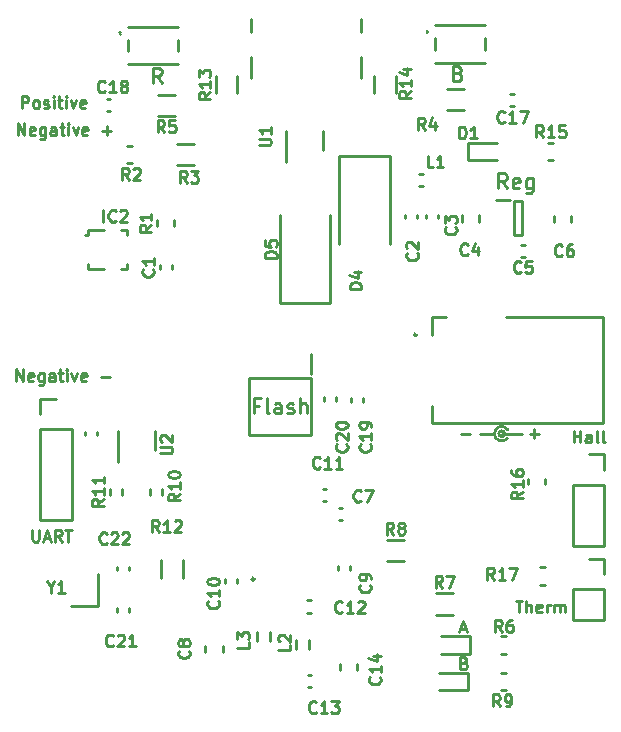
<source format=gbr>
%TF.GenerationSoftware,KiCad,Pcbnew,7.0.6*%
%TF.CreationDate,2023-08-15T21:41:44+12:00*%
%TF.ProjectId,esp32c3-ev-board,65737033-3263-4332-9d65-762d626f6172,rev?*%
%TF.SameCoordinates,Original*%
%TF.FileFunction,Legend,Top*%
%TF.FilePolarity,Positive*%
%FSLAX46Y46*%
G04 Gerber Fmt 4.6, Leading zero omitted, Abs format (unit mm)*
G04 Created by KiCad (PCBNEW 7.0.6) date 2023-08-15 21:41:44*
%MOMM*%
%LPD*%
G01*
G04 APERTURE LIST*
%ADD10C,0.250000*%
G04 APERTURE END LIST*
D10*
X151500000Y-93000000D02*
X149750000Y-93000000D01*
X147875000Y-93000000D02*
X149125000Y-93000000D01*
X150000000Y-93000000D02*
G75*
G03*
X150000000Y-93000000I-250000J0D01*
G01*
X149129013Y-93000000D02*
G75*
G03*
X150225000Y-93400000I620987J0D01*
G01*
X150250025Y-92649983D02*
G75*
G03*
X149123247Y-93000000I-509025J-350017D01*
G01*
X146327568Y-92983666D02*
X147089473Y-92983666D01*
X152137093Y-92983666D02*
X152898998Y-92983666D01*
X152518045Y-93364619D02*
X152518045Y-92602714D01*
X155838095Y-93739619D02*
X155838095Y-92739619D01*
X155838095Y-93215809D02*
X156409523Y-93215809D01*
X156409523Y-93739619D02*
X156409523Y-92739619D01*
X157314285Y-93739619D02*
X157314285Y-93215809D01*
X157314285Y-93215809D02*
X157266666Y-93120571D01*
X157266666Y-93120571D02*
X157171428Y-93072952D01*
X157171428Y-93072952D02*
X156980952Y-93072952D01*
X156980952Y-93072952D02*
X156885714Y-93120571D01*
X157314285Y-93692000D02*
X157219047Y-93739619D01*
X157219047Y-93739619D02*
X156980952Y-93739619D01*
X156980952Y-93739619D02*
X156885714Y-93692000D01*
X156885714Y-93692000D02*
X156838095Y-93596761D01*
X156838095Y-93596761D02*
X156838095Y-93501523D01*
X156838095Y-93501523D02*
X156885714Y-93406285D01*
X156885714Y-93406285D02*
X156980952Y-93358666D01*
X156980952Y-93358666D02*
X157219047Y-93358666D01*
X157219047Y-93358666D02*
X157314285Y-93311047D01*
X157933333Y-93739619D02*
X157838095Y-93692000D01*
X157838095Y-93692000D02*
X157790476Y-93596761D01*
X157790476Y-93596761D02*
X157790476Y-92739619D01*
X158457143Y-93739619D02*
X158361905Y-93692000D01*
X158361905Y-93692000D02*
X158314286Y-93596761D01*
X158314286Y-93596761D02*
X158314286Y-92739619D01*
X142579380Y-77683138D02*
X142627000Y-77730757D01*
X142627000Y-77730757D02*
X142674619Y-77873614D01*
X142674619Y-77873614D02*
X142674619Y-77968852D01*
X142674619Y-77968852D02*
X142627000Y-78111709D01*
X142627000Y-78111709D02*
X142531761Y-78206947D01*
X142531761Y-78206947D02*
X142436523Y-78254566D01*
X142436523Y-78254566D02*
X142246047Y-78302185D01*
X142246047Y-78302185D02*
X142103190Y-78302185D01*
X142103190Y-78302185D02*
X141912714Y-78254566D01*
X141912714Y-78254566D02*
X141817476Y-78206947D01*
X141817476Y-78206947D02*
X141722238Y-78111709D01*
X141722238Y-78111709D02*
X141674619Y-77968852D01*
X141674619Y-77968852D02*
X141674619Y-77873614D01*
X141674619Y-77873614D02*
X141722238Y-77730757D01*
X141722238Y-77730757D02*
X141769857Y-77683138D01*
X141769857Y-77302185D02*
X141722238Y-77254566D01*
X141722238Y-77254566D02*
X141674619Y-77159328D01*
X141674619Y-77159328D02*
X141674619Y-76921233D01*
X141674619Y-76921233D02*
X141722238Y-76825995D01*
X141722238Y-76825995D02*
X141769857Y-76778376D01*
X141769857Y-76778376D02*
X141865095Y-76730757D01*
X141865095Y-76730757D02*
X141960333Y-76730757D01*
X141960333Y-76730757D02*
X142103190Y-76778376D01*
X142103190Y-76778376D02*
X142674619Y-77349804D01*
X142674619Y-77349804D02*
X142674619Y-76730757D01*
X121183333Y-67469619D02*
X120850000Y-66993428D01*
X120611905Y-67469619D02*
X120611905Y-66469619D01*
X120611905Y-66469619D02*
X120992857Y-66469619D01*
X120992857Y-66469619D02*
X121088095Y-66517238D01*
X121088095Y-66517238D02*
X121135714Y-66564857D01*
X121135714Y-66564857D02*
X121183333Y-66660095D01*
X121183333Y-66660095D02*
X121183333Y-66802952D01*
X121183333Y-66802952D02*
X121135714Y-66898190D01*
X121135714Y-66898190D02*
X121088095Y-66945809D01*
X121088095Y-66945809D02*
X120992857Y-66993428D01*
X120992857Y-66993428D02*
X120611905Y-66993428D01*
X122088095Y-66469619D02*
X121611905Y-66469619D01*
X121611905Y-66469619D02*
X121564286Y-66945809D01*
X121564286Y-66945809D02*
X121611905Y-66898190D01*
X121611905Y-66898190D02*
X121707143Y-66850571D01*
X121707143Y-66850571D02*
X121945238Y-66850571D01*
X121945238Y-66850571D02*
X122040476Y-66898190D01*
X122040476Y-66898190D02*
X122088095Y-66945809D01*
X122088095Y-66945809D02*
X122135714Y-67041047D01*
X122135714Y-67041047D02*
X122135714Y-67279142D01*
X122135714Y-67279142D02*
X122088095Y-67374380D01*
X122088095Y-67374380D02*
X122040476Y-67422000D01*
X122040476Y-67422000D02*
X121945238Y-67469619D01*
X121945238Y-67469619D02*
X121707143Y-67469619D01*
X121707143Y-67469619D02*
X121611905Y-67422000D01*
X121611905Y-67422000D02*
X121564286Y-67374380D01*
X116307142Y-102254380D02*
X116259523Y-102302000D01*
X116259523Y-102302000D02*
X116116666Y-102349619D01*
X116116666Y-102349619D02*
X116021428Y-102349619D01*
X116021428Y-102349619D02*
X115878571Y-102302000D01*
X115878571Y-102302000D02*
X115783333Y-102206761D01*
X115783333Y-102206761D02*
X115735714Y-102111523D01*
X115735714Y-102111523D02*
X115688095Y-101921047D01*
X115688095Y-101921047D02*
X115688095Y-101778190D01*
X115688095Y-101778190D02*
X115735714Y-101587714D01*
X115735714Y-101587714D02*
X115783333Y-101492476D01*
X115783333Y-101492476D02*
X115878571Y-101397238D01*
X115878571Y-101397238D02*
X116021428Y-101349619D01*
X116021428Y-101349619D02*
X116116666Y-101349619D01*
X116116666Y-101349619D02*
X116259523Y-101397238D01*
X116259523Y-101397238D02*
X116307142Y-101444857D01*
X116688095Y-101444857D02*
X116735714Y-101397238D01*
X116735714Y-101397238D02*
X116830952Y-101349619D01*
X116830952Y-101349619D02*
X117069047Y-101349619D01*
X117069047Y-101349619D02*
X117164285Y-101397238D01*
X117164285Y-101397238D02*
X117211904Y-101444857D01*
X117211904Y-101444857D02*
X117259523Y-101540095D01*
X117259523Y-101540095D02*
X117259523Y-101635333D01*
X117259523Y-101635333D02*
X117211904Y-101778190D01*
X117211904Y-101778190D02*
X116640476Y-102349619D01*
X116640476Y-102349619D02*
X117259523Y-102349619D01*
X117640476Y-101444857D02*
X117688095Y-101397238D01*
X117688095Y-101397238D02*
X117783333Y-101349619D01*
X117783333Y-101349619D02*
X118021428Y-101349619D01*
X118021428Y-101349619D02*
X118116666Y-101397238D01*
X118116666Y-101397238D02*
X118164285Y-101444857D01*
X118164285Y-101444857D02*
X118211904Y-101540095D01*
X118211904Y-101540095D02*
X118211904Y-101635333D01*
X118211904Y-101635333D02*
X118164285Y-101778190D01*
X118164285Y-101778190D02*
X117592857Y-102349619D01*
X117592857Y-102349619D02*
X118211904Y-102349619D01*
X129199619Y-68586904D02*
X130009142Y-68586904D01*
X130009142Y-68586904D02*
X130104380Y-68539285D01*
X130104380Y-68539285D02*
X130152000Y-68491666D01*
X130152000Y-68491666D02*
X130199619Y-68396428D01*
X130199619Y-68396428D02*
X130199619Y-68205952D01*
X130199619Y-68205952D02*
X130152000Y-68110714D01*
X130152000Y-68110714D02*
X130104380Y-68063095D01*
X130104380Y-68063095D02*
X130009142Y-68015476D01*
X130009142Y-68015476D02*
X129199619Y-68015476D01*
X130199619Y-67015476D02*
X130199619Y-67586904D01*
X130199619Y-67301190D02*
X129199619Y-67301190D01*
X129199619Y-67301190D02*
X129342476Y-67396428D01*
X129342476Y-67396428D02*
X129437714Y-67491666D01*
X129437714Y-67491666D02*
X129485333Y-67586904D01*
X136604380Y-93892857D02*
X136652000Y-93940476D01*
X136652000Y-93940476D02*
X136699619Y-94083333D01*
X136699619Y-94083333D02*
X136699619Y-94178571D01*
X136699619Y-94178571D02*
X136652000Y-94321428D01*
X136652000Y-94321428D02*
X136556761Y-94416666D01*
X136556761Y-94416666D02*
X136461523Y-94464285D01*
X136461523Y-94464285D02*
X136271047Y-94511904D01*
X136271047Y-94511904D02*
X136128190Y-94511904D01*
X136128190Y-94511904D02*
X135937714Y-94464285D01*
X135937714Y-94464285D02*
X135842476Y-94416666D01*
X135842476Y-94416666D02*
X135747238Y-94321428D01*
X135747238Y-94321428D02*
X135699619Y-94178571D01*
X135699619Y-94178571D02*
X135699619Y-94083333D01*
X135699619Y-94083333D02*
X135747238Y-93940476D01*
X135747238Y-93940476D02*
X135794857Y-93892857D01*
X135794857Y-93511904D02*
X135747238Y-93464285D01*
X135747238Y-93464285D02*
X135699619Y-93369047D01*
X135699619Y-93369047D02*
X135699619Y-93130952D01*
X135699619Y-93130952D02*
X135747238Y-93035714D01*
X135747238Y-93035714D02*
X135794857Y-92988095D01*
X135794857Y-92988095D02*
X135890095Y-92940476D01*
X135890095Y-92940476D02*
X135985333Y-92940476D01*
X135985333Y-92940476D02*
X136128190Y-92988095D01*
X136128190Y-92988095D02*
X136699619Y-93559523D01*
X136699619Y-93559523D02*
X136699619Y-92940476D01*
X135699619Y-92321428D02*
X135699619Y-92226190D01*
X135699619Y-92226190D02*
X135747238Y-92130952D01*
X135747238Y-92130952D02*
X135794857Y-92083333D01*
X135794857Y-92083333D02*
X135890095Y-92035714D01*
X135890095Y-92035714D02*
X136080571Y-91988095D01*
X136080571Y-91988095D02*
X136318666Y-91988095D01*
X136318666Y-91988095D02*
X136509142Y-92035714D01*
X136509142Y-92035714D02*
X136604380Y-92083333D01*
X136604380Y-92083333D02*
X136652000Y-92130952D01*
X136652000Y-92130952D02*
X136699619Y-92226190D01*
X136699619Y-92226190D02*
X136699619Y-92321428D01*
X136699619Y-92321428D02*
X136652000Y-92416666D01*
X136652000Y-92416666D02*
X136604380Y-92464285D01*
X136604380Y-92464285D02*
X136509142Y-92511904D01*
X136509142Y-92511904D02*
X136318666Y-92559523D01*
X136318666Y-92559523D02*
X136080571Y-92559523D01*
X136080571Y-92559523D02*
X135890095Y-92511904D01*
X135890095Y-92511904D02*
X135794857Y-92464285D01*
X135794857Y-92464285D02*
X135747238Y-92416666D01*
X135747238Y-92416666D02*
X135699619Y-92321428D01*
X137874619Y-80763094D02*
X136874619Y-80763094D01*
X136874619Y-80763094D02*
X136874619Y-80524999D01*
X136874619Y-80524999D02*
X136922238Y-80382142D01*
X136922238Y-80382142D02*
X137017476Y-80286904D01*
X137017476Y-80286904D02*
X137112714Y-80239285D01*
X137112714Y-80239285D02*
X137303190Y-80191666D01*
X137303190Y-80191666D02*
X137446047Y-80191666D01*
X137446047Y-80191666D02*
X137636523Y-80239285D01*
X137636523Y-80239285D02*
X137731761Y-80286904D01*
X137731761Y-80286904D02*
X137827000Y-80382142D01*
X137827000Y-80382142D02*
X137874619Y-80524999D01*
X137874619Y-80524999D02*
X137874619Y-80763094D01*
X137207952Y-79334523D02*
X137874619Y-79334523D01*
X136827000Y-79572618D02*
X137541285Y-79810713D01*
X137541285Y-79810713D02*
X137541285Y-79191666D01*
X146858333Y-77791880D02*
X146810714Y-77839500D01*
X146810714Y-77839500D02*
X146667857Y-77887119D01*
X146667857Y-77887119D02*
X146572619Y-77887119D01*
X146572619Y-77887119D02*
X146429762Y-77839500D01*
X146429762Y-77839500D02*
X146334524Y-77744261D01*
X146334524Y-77744261D02*
X146286905Y-77649023D01*
X146286905Y-77649023D02*
X146239286Y-77458547D01*
X146239286Y-77458547D02*
X146239286Y-77315690D01*
X146239286Y-77315690D02*
X146286905Y-77125214D01*
X146286905Y-77125214D02*
X146334524Y-77029976D01*
X146334524Y-77029976D02*
X146429762Y-76934738D01*
X146429762Y-76934738D02*
X146572619Y-76887119D01*
X146572619Y-76887119D02*
X146667857Y-76887119D01*
X146667857Y-76887119D02*
X146810714Y-76934738D01*
X146810714Y-76934738D02*
X146858333Y-76982357D01*
X147715476Y-77220452D02*
X147715476Y-77887119D01*
X147477381Y-76839500D02*
X147239286Y-77553785D01*
X147239286Y-77553785D02*
X147858333Y-77553785D01*
X151549619Y-97892857D02*
X151073428Y-98226190D01*
X151549619Y-98464285D02*
X150549619Y-98464285D01*
X150549619Y-98464285D02*
X150549619Y-98083333D01*
X150549619Y-98083333D02*
X150597238Y-97988095D01*
X150597238Y-97988095D02*
X150644857Y-97940476D01*
X150644857Y-97940476D02*
X150740095Y-97892857D01*
X150740095Y-97892857D02*
X150882952Y-97892857D01*
X150882952Y-97892857D02*
X150978190Y-97940476D01*
X150978190Y-97940476D02*
X151025809Y-97988095D01*
X151025809Y-97988095D02*
X151073428Y-98083333D01*
X151073428Y-98083333D02*
X151073428Y-98464285D01*
X151549619Y-96940476D02*
X151549619Y-97511904D01*
X151549619Y-97226190D02*
X150549619Y-97226190D01*
X150549619Y-97226190D02*
X150692476Y-97321428D01*
X150692476Y-97321428D02*
X150787714Y-97416666D01*
X150787714Y-97416666D02*
X150835333Y-97511904D01*
X150549619Y-96083333D02*
X150549619Y-96273809D01*
X150549619Y-96273809D02*
X150597238Y-96369047D01*
X150597238Y-96369047D02*
X150644857Y-96416666D01*
X150644857Y-96416666D02*
X150787714Y-96511904D01*
X150787714Y-96511904D02*
X150978190Y-96559523D01*
X150978190Y-96559523D02*
X151359142Y-96559523D01*
X151359142Y-96559523D02*
X151454380Y-96511904D01*
X151454380Y-96511904D02*
X151502000Y-96464285D01*
X151502000Y-96464285D02*
X151549619Y-96369047D01*
X151549619Y-96369047D02*
X151549619Y-96178571D01*
X151549619Y-96178571D02*
X151502000Y-96083333D01*
X151502000Y-96083333D02*
X151454380Y-96035714D01*
X151454380Y-96035714D02*
X151359142Y-95988095D01*
X151359142Y-95988095D02*
X151121047Y-95988095D01*
X151121047Y-95988095D02*
X151025809Y-96035714D01*
X151025809Y-96035714D02*
X150978190Y-96083333D01*
X150978190Y-96083333D02*
X150930571Y-96178571D01*
X150930571Y-96178571D02*
X150930571Y-96369047D01*
X150930571Y-96369047D02*
X150978190Y-96464285D01*
X150978190Y-96464285D02*
X151025809Y-96511904D01*
X151025809Y-96511904D02*
X151121047Y-96559523D01*
X137809566Y-98660613D02*
X137761947Y-98708233D01*
X137761947Y-98708233D02*
X137619090Y-98755852D01*
X137619090Y-98755852D02*
X137523852Y-98755852D01*
X137523852Y-98755852D02*
X137380995Y-98708233D01*
X137380995Y-98708233D02*
X137285757Y-98612994D01*
X137285757Y-98612994D02*
X137238138Y-98517756D01*
X137238138Y-98517756D02*
X137190519Y-98327280D01*
X137190519Y-98327280D02*
X137190519Y-98184423D01*
X137190519Y-98184423D02*
X137238138Y-97993947D01*
X137238138Y-97993947D02*
X137285757Y-97898709D01*
X137285757Y-97898709D02*
X137380995Y-97803471D01*
X137380995Y-97803471D02*
X137523852Y-97755852D01*
X137523852Y-97755852D02*
X137619090Y-97755852D01*
X137619090Y-97755852D02*
X137761947Y-97803471D01*
X137761947Y-97803471D02*
X137809566Y-97851090D01*
X138142900Y-97755852D02*
X138809566Y-97755852D01*
X138809566Y-97755852D02*
X138380995Y-98755852D01*
X151370833Y-79284380D02*
X151323214Y-79332000D01*
X151323214Y-79332000D02*
X151180357Y-79379619D01*
X151180357Y-79379619D02*
X151085119Y-79379619D01*
X151085119Y-79379619D02*
X150942262Y-79332000D01*
X150942262Y-79332000D02*
X150847024Y-79236761D01*
X150847024Y-79236761D02*
X150799405Y-79141523D01*
X150799405Y-79141523D02*
X150751786Y-78951047D01*
X150751786Y-78951047D02*
X150751786Y-78808190D01*
X150751786Y-78808190D02*
X150799405Y-78617714D01*
X150799405Y-78617714D02*
X150847024Y-78522476D01*
X150847024Y-78522476D02*
X150942262Y-78427238D01*
X150942262Y-78427238D02*
X151085119Y-78379619D01*
X151085119Y-78379619D02*
X151180357Y-78379619D01*
X151180357Y-78379619D02*
X151323214Y-78427238D01*
X151323214Y-78427238D02*
X151370833Y-78474857D01*
X152275595Y-78379619D02*
X151799405Y-78379619D01*
X151799405Y-78379619D02*
X151751786Y-78855809D01*
X151751786Y-78855809D02*
X151799405Y-78808190D01*
X151799405Y-78808190D02*
X151894643Y-78760571D01*
X151894643Y-78760571D02*
X152132738Y-78760571D01*
X152132738Y-78760571D02*
X152227976Y-78808190D01*
X152227976Y-78808190D02*
X152275595Y-78855809D01*
X152275595Y-78855809D02*
X152323214Y-78951047D01*
X152323214Y-78951047D02*
X152323214Y-79189142D01*
X152323214Y-79189142D02*
X152275595Y-79284380D01*
X152275595Y-79284380D02*
X152227976Y-79332000D01*
X152227976Y-79332000D02*
X152132738Y-79379619D01*
X152132738Y-79379619D02*
X151894643Y-79379619D01*
X151894643Y-79379619D02*
X151799405Y-79332000D01*
X151799405Y-79332000D02*
X151751786Y-79284380D01*
X123083333Y-71749619D02*
X122750000Y-71273428D01*
X122511905Y-71749619D02*
X122511905Y-70749619D01*
X122511905Y-70749619D02*
X122892857Y-70749619D01*
X122892857Y-70749619D02*
X122988095Y-70797238D01*
X122988095Y-70797238D02*
X123035714Y-70844857D01*
X123035714Y-70844857D02*
X123083333Y-70940095D01*
X123083333Y-70940095D02*
X123083333Y-71082952D01*
X123083333Y-71082952D02*
X123035714Y-71178190D01*
X123035714Y-71178190D02*
X122988095Y-71225809D01*
X122988095Y-71225809D02*
X122892857Y-71273428D01*
X122892857Y-71273428D02*
X122511905Y-71273428D01*
X123416667Y-70749619D02*
X124035714Y-70749619D01*
X124035714Y-70749619D02*
X123702381Y-71130571D01*
X123702381Y-71130571D02*
X123845238Y-71130571D01*
X123845238Y-71130571D02*
X123940476Y-71178190D01*
X123940476Y-71178190D02*
X123988095Y-71225809D01*
X123988095Y-71225809D02*
X124035714Y-71321047D01*
X124035714Y-71321047D02*
X124035714Y-71559142D01*
X124035714Y-71559142D02*
X123988095Y-71654380D01*
X123988095Y-71654380D02*
X123940476Y-71702000D01*
X123940476Y-71702000D02*
X123845238Y-71749619D01*
X123845238Y-71749619D02*
X123559524Y-71749619D01*
X123559524Y-71749619D02*
X123464286Y-71702000D01*
X123464286Y-71702000D02*
X123416667Y-71654380D01*
X140583333Y-101529619D02*
X140250000Y-101053428D01*
X140011905Y-101529619D02*
X140011905Y-100529619D01*
X140011905Y-100529619D02*
X140392857Y-100529619D01*
X140392857Y-100529619D02*
X140488095Y-100577238D01*
X140488095Y-100577238D02*
X140535714Y-100624857D01*
X140535714Y-100624857D02*
X140583333Y-100720095D01*
X140583333Y-100720095D02*
X140583333Y-100862952D01*
X140583333Y-100862952D02*
X140535714Y-100958190D01*
X140535714Y-100958190D02*
X140488095Y-101005809D01*
X140488095Y-101005809D02*
X140392857Y-101053428D01*
X140392857Y-101053428D02*
X140011905Y-101053428D01*
X141154762Y-100958190D02*
X141059524Y-100910571D01*
X141059524Y-100910571D02*
X141011905Y-100862952D01*
X141011905Y-100862952D02*
X140964286Y-100767714D01*
X140964286Y-100767714D02*
X140964286Y-100720095D01*
X140964286Y-100720095D02*
X141011905Y-100624857D01*
X141011905Y-100624857D02*
X141059524Y-100577238D01*
X141059524Y-100577238D02*
X141154762Y-100529619D01*
X141154762Y-100529619D02*
X141345238Y-100529619D01*
X141345238Y-100529619D02*
X141440476Y-100577238D01*
X141440476Y-100577238D02*
X141488095Y-100624857D01*
X141488095Y-100624857D02*
X141535714Y-100720095D01*
X141535714Y-100720095D02*
X141535714Y-100767714D01*
X141535714Y-100767714D02*
X141488095Y-100862952D01*
X141488095Y-100862952D02*
X141440476Y-100910571D01*
X141440476Y-100910571D02*
X141345238Y-100958190D01*
X141345238Y-100958190D02*
X141154762Y-100958190D01*
X141154762Y-100958190D02*
X141059524Y-101005809D01*
X141059524Y-101005809D02*
X141011905Y-101053428D01*
X141011905Y-101053428D02*
X140964286Y-101148666D01*
X140964286Y-101148666D02*
X140964286Y-101339142D01*
X140964286Y-101339142D02*
X141011905Y-101434380D01*
X141011905Y-101434380D02*
X141059524Y-101482000D01*
X141059524Y-101482000D02*
X141154762Y-101529619D01*
X141154762Y-101529619D02*
X141345238Y-101529619D01*
X141345238Y-101529619D02*
X141440476Y-101482000D01*
X141440476Y-101482000D02*
X141488095Y-101434380D01*
X141488095Y-101434380D02*
X141535714Y-101339142D01*
X141535714Y-101339142D02*
X141535714Y-101148666D01*
X141535714Y-101148666D02*
X141488095Y-101053428D01*
X141488095Y-101053428D02*
X141440476Y-101005809D01*
X141440476Y-101005809D02*
X141345238Y-100958190D01*
X143958333Y-70449619D02*
X143482143Y-70449619D01*
X143482143Y-70449619D02*
X143482143Y-69449619D01*
X144815476Y-70449619D02*
X144244048Y-70449619D01*
X144529762Y-70449619D02*
X144529762Y-69449619D01*
X144529762Y-69449619D02*
X144434524Y-69592476D01*
X144434524Y-69592476D02*
X144339286Y-69687714D01*
X144339286Y-69687714D02*
X144244048Y-69735333D01*
X120084619Y-75316666D02*
X119608428Y-75649999D01*
X120084619Y-75888094D02*
X119084619Y-75888094D01*
X119084619Y-75888094D02*
X119084619Y-75507142D01*
X119084619Y-75507142D02*
X119132238Y-75411904D01*
X119132238Y-75411904D02*
X119179857Y-75364285D01*
X119179857Y-75364285D02*
X119275095Y-75316666D01*
X119275095Y-75316666D02*
X119417952Y-75316666D01*
X119417952Y-75316666D02*
X119513190Y-75364285D01*
X119513190Y-75364285D02*
X119560809Y-75411904D01*
X119560809Y-75411904D02*
X119608428Y-75507142D01*
X119608428Y-75507142D02*
X119608428Y-75888094D01*
X120084619Y-74364285D02*
X120084619Y-74935713D01*
X120084619Y-74649999D02*
X119084619Y-74649999D01*
X119084619Y-74649999D02*
X119227476Y-74745237D01*
X119227476Y-74745237D02*
X119322714Y-74840475D01*
X119322714Y-74840475D02*
X119370333Y-74935713D01*
X142079619Y-63967857D02*
X141603428Y-64301190D01*
X142079619Y-64539285D02*
X141079619Y-64539285D01*
X141079619Y-64539285D02*
X141079619Y-64158333D01*
X141079619Y-64158333D02*
X141127238Y-64063095D01*
X141127238Y-64063095D02*
X141174857Y-64015476D01*
X141174857Y-64015476D02*
X141270095Y-63967857D01*
X141270095Y-63967857D02*
X141412952Y-63967857D01*
X141412952Y-63967857D02*
X141508190Y-64015476D01*
X141508190Y-64015476D02*
X141555809Y-64063095D01*
X141555809Y-64063095D02*
X141603428Y-64158333D01*
X141603428Y-64158333D02*
X141603428Y-64539285D01*
X142079619Y-63015476D02*
X142079619Y-63586904D01*
X142079619Y-63301190D02*
X141079619Y-63301190D01*
X141079619Y-63301190D02*
X141222476Y-63396428D01*
X141222476Y-63396428D02*
X141317714Y-63491666D01*
X141317714Y-63491666D02*
X141365333Y-63586904D01*
X141412952Y-62158333D02*
X142079619Y-62158333D01*
X141032000Y-62396428D02*
X141746285Y-62634523D01*
X141746285Y-62634523D02*
X141746285Y-62015476D01*
X136232142Y-108079380D02*
X136184523Y-108127000D01*
X136184523Y-108127000D02*
X136041666Y-108174619D01*
X136041666Y-108174619D02*
X135946428Y-108174619D01*
X135946428Y-108174619D02*
X135803571Y-108127000D01*
X135803571Y-108127000D02*
X135708333Y-108031761D01*
X135708333Y-108031761D02*
X135660714Y-107936523D01*
X135660714Y-107936523D02*
X135613095Y-107746047D01*
X135613095Y-107746047D02*
X135613095Y-107603190D01*
X135613095Y-107603190D02*
X135660714Y-107412714D01*
X135660714Y-107412714D02*
X135708333Y-107317476D01*
X135708333Y-107317476D02*
X135803571Y-107222238D01*
X135803571Y-107222238D02*
X135946428Y-107174619D01*
X135946428Y-107174619D02*
X136041666Y-107174619D01*
X136041666Y-107174619D02*
X136184523Y-107222238D01*
X136184523Y-107222238D02*
X136232142Y-107269857D01*
X137184523Y-108174619D02*
X136613095Y-108174619D01*
X136898809Y-108174619D02*
X136898809Y-107174619D01*
X136898809Y-107174619D02*
X136803571Y-107317476D01*
X136803571Y-107317476D02*
X136708333Y-107412714D01*
X136708333Y-107412714D02*
X136613095Y-107460333D01*
X137565476Y-107269857D02*
X137613095Y-107222238D01*
X137613095Y-107222238D02*
X137708333Y-107174619D01*
X137708333Y-107174619D02*
X137946428Y-107174619D01*
X137946428Y-107174619D02*
X138041666Y-107222238D01*
X138041666Y-107222238D02*
X138089285Y-107269857D01*
X138089285Y-107269857D02*
X138136904Y-107365095D01*
X138136904Y-107365095D02*
X138136904Y-107460333D01*
X138136904Y-107460333D02*
X138089285Y-107603190D01*
X138089285Y-107603190D02*
X137517857Y-108174619D01*
X137517857Y-108174619D02*
X138136904Y-108174619D01*
X146546428Y-112400809D02*
X146689285Y-112448428D01*
X146689285Y-112448428D02*
X146736904Y-112496047D01*
X146736904Y-112496047D02*
X146784523Y-112591285D01*
X146784523Y-112591285D02*
X146784523Y-112734142D01*
X146784523Y-112734142D02*
X146736904Y-112829380D01*
X146736904Y-112829380D02*
X146689285Y-112877000D01*
X146689285Y-112877000D02*
X146594047Y-112924619D01*
X146594047Y-112924619D02*
X146213095Y-112924619D01*
X146213095Y-112924619D02*
X146213095Y-111924619D01*
X146213095Y-111924619D02*
X146546428Y-111924619D01*
X146546428Y-111924619D02*
X146641666Y-111972238D01*
X146641666Y-111972238D02*
X146689285Y-112019857D01*
X146689285Y-112019857D02*
X146736904Y-112115095D01*
X146736904Y-112115095D02*
X146736904Y-112210333D01*
X146736904Y-112210333D02*
X146689285Y-112305571D01*
X146689285Y-112305571D02*
X146641666Y-112353190D01*
X146641666Y-112353190D02*
X146546428Y-112400809D01*
X146546428Y-112400809D02*
X146213095Y-112400809D01*
X149608333Y-116074619D02*
X149275000Y-115598428D01*
X149036905Y-116074619D02*
X149036905Y-115074619D01*
X149036905Y-115074619D02*
X149417857Y-115074619D01*
X149417857Y-115074619D02*
X149513095Y-115122238D01*
X149513095Y-115122238D02*
X149560714Y-115169857D01*
X149560714Y-115169857D02*
X149608333Y-115265095D01*
X149608333Y-115265095D02*
X149608333Y-115407952D01*
X149608333Y-115407952D02*
X149560714Y-115503190D01*
X149560714Y-115503190D02*
X149513095Y-115550809D01*
X149513095Y-115550809D02*
X149417857Y-115598428D01*
X149417857Y-115598428D02*
X149036905Y-115598428D01*
X150084524Y-116074619D02*
X150275000Y-116074619D01*
X150275000Y-116074619D02*
X150370238Y-116027000D01*
X150370238Y-116027000D02*
X150417857Y-115979380D01*
X150417857Y-115979380D02*
X150513095Y-115836523D01*
X150513095Y-115836523D02*
X150560714Y-115646047D01*
X150560714Y-115646047D02*
X150560714Y-115265095D01*
X150560714Y-115265095D02*
X150513095Y-115169857D01*
X150513095Y-115169857D02*
X150465476Y-115122238D01*
X150465476Y-115122238D02*
X150370238Y-115074619D01*
X150370238Y-115074619D02*
X150179762Y-115074619D01*
X150179762Y-115074619D02*
X150084524Y-115122238D01*
X150084524Y-115122238D02*
X150036905Y-115169857D01*
X150036905Y-115169857D02*
X149989286Y-115265095D01*
X149989286Y-115265095D02*
X149989286Y-115503190D01*
X149989286Y-115503190D02*
X150036905Y-115598428D01*
X150036905Y-115598428D02*
X150084524Y-115646047D01*
X150084524Y-115646047D02*
X150179762Y-115693666D01*
X150179762Y-115693666D02*
X150370238Y-115693666D01*
X150370238Y-115693666D02*
X150465476Y-115646047D01*
X150465476Y-115646047D02*
X150513095Y-115598428D01*
X150513095Y-115598428D02*
X150560714Y-115503190D01*
X116049619Y-98532857D02*
X115573428Y-98866190D01*
X116049619Y-99104285D02*
X115049619Y-99104285D01*
X115049619Y-99104285D02*
X115049619Y-98723333D01*
X115049619Y-98723333D02*
X115097238Y-98628095D01*
X115097238Y-98628095D02*
X115144857Y-98580476D01*
X115144857Y-98580476D02*
X115240095Y-98532857D01*
X115240095Y-98532857D02*
X115382952Y-98532857D01*
X115382952Y-98532857D02*
X115478190Y-98580476D01*
X115478190Y-98580476D02*
X115525809Y-98628095D01*
X115525809Y-98628095D02*
X115573428Y-98723333D01*
X115573428Y-98723333D02*
X115573428Y-99104285D01*
X116049619Y-97580476D02*
X116049619Y-98151904D01*
X116049619Y-97866190D02*
X115049619Y-97866190D01*
X115049619Y-97866190D02*
X115192476Y-97961428D01*
X115192476Y-97961428D02*
X115287714Y-98056666D01*
X115287714Y-98056666D02*
X115335333Y-98151904D01*
X116049619Y-96628095D02*
X116049619Y-97199523D01*
X116049619Y-96913809D02*
X115049619Y-96913809D01*
X115049619Y-96913809D02*
X115192476Y-97009047D01*
X115192476Y-97009047D02*
X115287714Y-97104285D01*
X115287714Y-97104285D02*
X115335333Y-97199523D01*
X146040714Y-62484288D02*
X146222142Y-62544764D01*
X146222142Y-62544764D02*
X146282619Y-62605240D01*
X146282619Y-62605240D02*
X146343095Y-62726192D01*
X146343095Y-62726192D02*
X146343095Y-62907621D01*
X146343095Y-62907621D02*
X146282619Y-63028573D01*
X146282619Y-63028573D02*
X146222142Y-63089050D01*
X146222142Y-63089050D02*
X146101190Y-63149526D01*
X146101190Y-63149526D02*
X145617380Y-63149526D01*
X145617380Y-63149526D02*
X145617380Y-61879526D01*
X145617380Y-61879526D02*
X146040714Y-61879526D01*
X146040714Y-61879526D02*
X146161666Y-61940002D01*
X146161666Y-61940002D02*
X146222142Y-62000478D01*
X146222142Y-62000478D02*
X146282619Y-62121430D01*
X146282619Y-62121430D02*
X146282619Y-62242383D01*
X146282619Y-62242383D02*
X146222142Y-62363335D01*
X146222142Y-62363335D02*
X146161666Y-62423811D01*
X146161666Y-62423811D02*
X146040714Y-62484288D01*
X146040714Y-62484288D02*
X145617380Y-62484288D01*
X108647619Y-88549619D02*
X108647619Y-87549619D01*
X108647619Y-87549619D02*
X109219047Y-88549619D01*
X109219047Y-88549619D02*
X109219047Y-87549619D01*
X110076190Y-88502000D02*
X109980952Y-88549619D01*
X109980952Y-88549619D02*
X109790476Y-88549619D01*
X109790476Y-88549619D02*
X109695238Y-88502000D01*
X109695238Y-88502000D02*
X109647619Y-88406761D01*
X109647619Y-88406761D02*
X109647619Y-88025809D01*
X109647619Y-88025809D02*
X109695238Y-87930571D01*
X109695238Y-87930571D02*
X109790476Y-87882952D01*
X109790476Y-87882952D02*
X109980952Y-87882952D01*
X109980952Y-87882952D02*
X110076190Y-87930571D01*
X110076190Y-87930571D02*
X110123809Y-88025809D01*
X110123809Y-88025809D02*
X110123809Y-88121047D01*
X110123809Y-88121047D02*
X109647619Y-88216285D01*
X110980952Y-87882952D02*
X110980952Y-88692476D01*
X110980952Y-88692476D02*
X110933333Y-88787714D01*
X110933333Y-88787714D02*
X110885714Y-88835333D01*
X110885714Y-88835333D02*
X110790476Y-88882952D01*
X110790476Y-88882952D02*
X110647619Y-88882952D01*
X110647619Y-88882952D02*
X110552381Y-88835333D01*
X110980952Y-88502000D02*
X110885714Y-88549619D01*
X110885714Y-88549619D02*
X110695238Y-88549619D01*
X110695238Y-88549619D02*
X110600000Y-88502000D01*
X110600000Y-88502000D02*
X110552381Y-88454380D01*
X110552381Y-88454380D02*
X110504762Y-88359142D01*
X110504762Y-88359142D02*
X110504762Y-88073428D01*
X110504762Y-88073428D02*
X110552381Y-87978190D01*
X110552381Y-87978190D02*
X110600000Y-87930571D01*
X110600000Y-87930571D02*
X110695238Y-87882952D01*
X110695238Y-87882952D02*
X110885714Y-87882952D01*
X110885714Y-87882952D02*
X110980952Y-87930571D01*
X111885714Y-88549619D02*
X111885714Y-88025809D01*
X111885714Y-88025809D02*
X111838095Y-87930571D01*
X111838095Y-87930571D02*
X111742857Y-87882952D01*
X111742857Y-87882952D02*
X111552381Y-87882952D01*
X111552381Y-87882952D02*
X111457143Y-87930571D01*
X111885714Y-88502000D02*
X111790476Y-88549619D01*
X111790476Y-88549619D02*
X111552381Y-88549619D01*
X111552381Y-88549619D02*
X111457143Y-88502000D01*
X111457143Y-88502000D02*
X111409524Y-88406761D01*
X111409524Y-88406761D02*
X111409524Y-88311523D01*
X111409524Y-88311523D02*
X111457143Y-88216285D01*
X111457143Y-88216285D02*
X111552381Y-88168666D01*
X111552381Y-88168666D02*
X111790476Y-88168666D01*
X111790476Y-88168666D02*
X111885714Y-88121047D01*
X112219048Y-87882952D02*
X112600000Y-87882952D01*
X112361905Y-87549619D02*
X112361905Y-88406761D01*
X112361905Y-88406761D02*
X112409524Y-88502000D01*
X112409524Y-88502000D02*
X112504762Y-88549619D01*
X112504762Y-88549619D02*
X112600000Y-88549619D01*
X112933334Y-88549619D02*
X112933334Y-87882952D01*
X112933334Y-87549619D02*
X112885715Y-87597238D01*
X112885715Y-87597238D02*
X112933334Y-87644857D01*
X112933334Y-87644857D02*
X112980953Y-87597238D01*
X112980953Y-87597238D02*
X112933334Y-87549619D01*
X112933334Y-87549619D02*
X112933334Y-87644857D01*
X113314286Y-87882952D02*
X113552381Y-88549619D01*
X113552381Y-88549619D02*
X113790476Y-87882952D01*
X114552381Y-88502000D02*
X114457143Y-88549619D01*
X114457143Y-88549619D02*
X114266667Y-88549619D01*
X114266667Y-88549619D02*
X114171429Y-88502000D01*
X114171429Y-88502000D02*
X114123810Y-88406761D01*
X114123810Y-88406761D02*
X114123810Y-88025809D01*
X114123810Y-88025809D02*
X114171429Y-87930571D01*
X114171429Y-87930571D02*
X114266667Y-87882952D01*
X114266667Y-87882952D02*
X114457143Y-87882952D01*
X114457143Y-87882952D02*
X114552381Y-87930571D01*
X114552381Y-87930571D02*
X114600000Y-88025809D01*
X114600000Y-88025809D02*
X114600000Y-88121047D01*
X114600000Y-88121047D02*
X114123810Y-88216285D01*
X115790477Y-88168666D02*
X116552382Y-88168666D01*
X144714333Y-106029619D02*
X144381000Y-105553428D01*
X144142905Y-106029619D02*
X144142905Y-105029619D01*
X144142905Y-105029619D02*
X144523857Y-105029619D01*
X144523857Y-105029619D02*
X144619095Y-105077238D01*
X144619095Y-105077238D02*
X144666714Y-105124857D01*
X144666714Y-105124857D02*
X144714333Y-105220095D01*
X144714333Y-105220095D02*
X144714333Y-105362952D01*
X144714333Y-105362952D02*
X144666714Y-105458190D01*
X144666714Y-105458190D02*
X144619095Y-105505809D01*
X144619095Y-105505809D02*
X144523857Y-105553428D01*
X144523857Y-105553428D02*
X144142905Y-105553428D01*
X145047667Y-105029619D02*
X145714333Y-105029619D01*
X145714333Y-105029619D02*
X145285762Y-106029619D01*
X134357142Y-95854380D02*
X134309523Y-95902000D01*
X134309523Y-95902000D02*
X134166666Y-95949619D01*
X134166666Y-95949619D02*
X134071428Y-95949619D01*
X134071428Y-95949619D02*
X133928571Y-95902000D01*
X133928571Y-95902000D02*
X133833333Y-95806761D01*
X133833333Y-95806761D02*
X133785714Y-95711523D01*
X133785714Y-95711523D02*
X133738095Y-95521047D01*
X133738095Y-95521047D02*
X133738095Y-95378190D01*
X133738095Y-95378190D02*
X133785714Y-95187714D01*
X133785714Y-95187714D02*
X133833333Y-95092476D01*
X133833333Y-95092476D02*
X133928571Y-94997238D01*
X133928571Y-94997238D02*
X134071428Y-94949619D01*
X134071428Y-94949619D02*
X134166666Y-94949619D01*
X134166666Y-94949619D02*
X134309523Y-94997238D01*
X134309523Y-94997238D02*
X134357142Y-95044857D01*
X135309523Y-95949619D02*
X134738095Y-95949619D01*
X135023809Y-95949619D02*
X135023809Y-94949619D01*
X135023809Y-94949619D02*
X134928571Y-95092476D01*
X134928571Y-95092476D02*
X134833333Y-95187714D01*
X134833333Y-95187714D02*
X134738095Y-95235333D01*
X136261904Y-95949619D02*
X135690476Y-95949619D01*
X135976190Y-95949619D02*
X135976190Y-94949619D01*
X135976190Y-94949619D02*
X135880952Y-95092476D01*
X135880952Y-95092476D02*
X135785714Y-95187714D01*
X135785714Y-95187714D02*
X135690476Y-95235333D01*
X146136905Y-67999619D02*
X146136905Y-66999619D01*
X146136905Y-66999619D02*
X146375000Y-66999619D01*
X146375000Y-66999619D02*
X146517857Y-67047238D01*
X146517857Y-67047238D02*
X146613095Y-67142476D01*
X146613095Y-67142476D02*
X146660714Y-67237714D01*
X146660714Y-67237714D02*
X146708333Y-67428190D01*
X146708333Y-67428190D02*
X146708333Y-67571047D01*
X146708333Y-67571047D02*
X146660714Y-67761523D01*
X146660714Y-67761523D02*
X146613095Y-67856761D01*
X146613095Y-67856761D02*
X146517857Y-67952000D01*
X146517857Y-67952000D02*
X146375000Y-67999619D01*
X146375000Y-67999619D02*
X146136905Y-67999619D01*
X147660714Y-67999619D02*
X147089286Y-67999619D01*
X147375000Y-67999619D02*
X147375000Y-66999619D01*
X147375000Y-66999619D02*
X147279762Y-67142476D01*
X147279762Y-67142476D02*
X147184524Y-67237714D01*
X147184524Y-67237714D02*
X147089286Y-67285333D01*
X153257142Y-67899619D02*
X152923809Y-67423428D01*
X152685714Y-67899619D02*
X152685714Y-66899619D01*
X152685714Y-66899619D02*
X153066666Y-66899619D01*
X153066666Y-66899619D02*
X153161904Y-66947238D01*
X153161904Y-66947238D02*
X153209523Y-66994857D01*
X153209523Y-66994857D02*
X153257142Y-67090095D01*
X153257142Y-67090095D02*
X153257142Y-67232952D01*
X153257142Y-67232952D02*
X153209523Y-67328190D01*
X153209523Y-67328190D02*
X153161904Y-67375809D01*
X153161904Y-67375809D02*
X153066666Y-67423428D01*
X153066666Y-67423428D02*
X152685714Y-67423428D01*
X154209523Y-67899619D02*
X153638095Y-67899619D01*
X153923809Y-67899619D02*
X153923809Y-66899619D01*
X153923809Y-66899619D02*
X153828571Y-67042476D01*
X153828571Y-67042476D02*
X153733333Y-67137714D01*
X153733333Y-67137714D02*
X153638095Y-67185333D01*
X155114285Y-66899619D02*
X154638095Y-66899619D01*
X154638095Y-66899619D02*
X154590476Y-67375809D01*
X154590476Y-67375809D02*
X154638095Y-67328190D01*
X154638095Y-67328190D02*
X154733333Y-67280571D01*
X154733333Y-67280571D02*
X154971428Y-67280571D01*
X154971428Y-67280571D02*
X155066666Y-67328190D01*
X155066666Y-67328190D02*
X155114285Y-67375809D01*
X155114285Y-67375809D02*
X155161904Y-67471047D01*
X155161904Y-67471047D02*
X155161904Y-67709142D01*
X155161904Y-67709142D02*
X155114285Y-67804380D01*
X155114285Y-67804380D02*
X155066666Y-67852000D01*
X155066666Y-67852000D02*
X154971428Y-67899619D01*
X154971428Y-67899619D02*
X154733333Y-67899619D01*
X154733333Y-67899619D02*
X154638095Y-67852000D01*
X154638095Y-67852000D02*
X154590476Y-67804380D01*
X120968095Y-63299526D02*
X120544761Y-62694764D01*
X120242380Y-63299526D02*
X120242380Y-62029526D01*
X120242380Y-62029526D02*
X120726190Y-62029526D01*
X120726190Y-62029526D02*
X120847142Y-62090002D01*
X120847142Y-62090002D02*
X120907619Y-62150478D01*
X120907619Y-62150478D02*
X120968095Y-62271430D01*
X120968095Y-62271430D02*
X120968095Y-62452859D01*
X120968095Y-62452859D02*
X120907619Y-62573811D01*
X120907619Y-62573811D02*
X120847142Y-62634288D01*
X120847142Y-62634288D02*
X120726190Y-62694764D01*
X120726190Y-62694764D02*
X120242380Y-62694764D01*
X125089619Y-64067857D02*
X124613428Y-64401190D01*
X125089619Y-64639285D02*
X124089619Y-64639285D01*
X124089619Y-64639285D02*
X124089619Y-64258333D01*
X124089619Y-64258333D02*
X124137238Y-64163095D01*
X124137238Y-64163095D02*
X124184857Y-64115476D01*
X124184857Y-64115476D02*
X124280095Y-64067857D01*
X124280095Y-64067857D02*
X124422952Y-64067857D01*
X124422952Y-64067857D02*
X124518190Y-64115476D01*
X124518190Y-64115476D02*
X124565809Y-64163095D01*
X124565809Y-64163095D02*
X124613428Y-64258333D01*
X124613428Y-64258333D02*
X124613428Y-64639285D01*
X125089619Y-63115476D02*
X125089619Y-63686904D01*
X125089619Y-63401190D02*
X124089619Y-63401190D01*
X124089619Y-63401190D02*
X124232476Y-63496428D01*
X124232476Y-63496428D02*
X124327714Y-63591666D01*
X124327714Y-63591666D02*
X124375333Y-63686904D01*
X124089619Y-62782142D02*
X124089619Y-62163095D01*
X124089619Y-62163095D02*
X124470571Y-62496428D01*
X124470571Y-62496428D02*
X124470571Y-62353571D01*
X124470571Y-62353571D02*
X124518190Y-62258333D01*
X124518190Y-62258333D02*
X124565809Y-62210714D01*
X124565809Y-62210714D02*
X124661047Y-62163095D01*
X124661047Y-62163095D02*
X124899142Y-62163095D01*
X124899142Y-62163095D02*
X124994380Y-62210714D01*
X124994380Y-62210714D02*
X125042000Y-62258333D01*
X125042000Y-62258333D02*
X125089619Y-62353571D01*
X125089619Y-62353571D02*
X125089619Y-62639285D01*
X125089619Y-62639285D02*
X125042000Y-62734523D01*
X125042000Y-62734523D02*
X124994380Y-62782142D01*
X118183333Y-71499619D02*
X117850000Y-71023428D01*
X117611905Y-71499619D02*
X117611905Y-70499619D01*
X117611905Y-70499619D02*
X117992857Y-70499619D01*
X117992857Y-70499619D02*
X118088095Y-70547238D01*
X118088095Y-70547238D02*
X118135714Y-70594857D01*
X118135714Y-70594857D02*
X118183333Y-70690095D01*
X118183333Y-70690095D02*
X118183333Y-70832952D01*
X118183333Y-70832952D02*
X118135714Y-70928190D01*
X118135714Y-70928190D02*
X118088095Y-70975809D01*
X118088095Y-70975809D02*
X117992857Y-71023428D01*
X117992857Y-71023428D02*
X117611905Y-71023428D01*
X118564286Y-70594857D02*
X118611905Y-70547238D01*
X118611905Y-70547238D02*
X118707143Y-70499619D01*
X118707143Y-70499619D02*
X118945238Y-70499619D01*
X118945238Y-70499619D02*
X119040476Y-70547238D01*
X119040476Y-70547238D02*
X119088095Y-70594857D01*
X119088095Y-70594857D02*
X119135714Y-70690095D01*
X119135714Y-70690095D02*
X119135714Y-70785333D01*
X119135714Y-70785333D02*
X119088095Y-70928190D01*
X119088095Y-70928190D02*
X118516667Y-71499619D01*
X118516667Y-71499619D02*
X119135714Y-71499619D01*
X145829380Y-75504166D02*
X145877000Y-75551785D01*
X145877000Y-75551785D02*
X145924619Y-75694642D01*
X145924619Y-75694642D02*
X145924619Y-75789880D01*
X145924619Y-75789880D02*
X145877000Y-75932737D01*
X145877000Y-75932737D02*
X145781761Y-76027975D01*
X145781761Y-76027975D02*
X145686523Y-76075594D01*
X145686523Y-76075594D02*
X145496047Y-76123213D01*
X145496047Y-76123213D02*
X145353190Y-76123213D01*
X145353190Y-76123213D02*
X145162714Y-76075594D01*
X145162714Y-76075594D02*
X145067476Y-76027975D01*
X145067476Y-76027975D02*
X144972238Y-75932737D01*
X144972238Y-75932737D02*
X144924619Y-75789880D01*
X144924619Y-75789880D02*
X144924619Y-75694642D01*
X144924619Y-75694642D02*
X144972238Y-75551785D01*
X144972238Y-75551785D02*
X145019857Y-75504166D01*
X144924619Y-75170832D02*
X144924619Y-74551785D01*
X144924619Y-74551785D02*
X145305571Y-74885118D01*
X145305571Y-74885118D02*
X145305571Y-74742261D01*
X145305571Y-74742261D02*
X145353190Y-74647023D01*
X145353190Y-74647023D02*
X145400809Y-74599404D01*
X145400809Y-74599404D02*
X145496047Y-74551785D01*
X145496047Y-74551785D02*
X145734142Y-74551785D01*
X145734142Y-74551785D02*
X145829380Y-74599404D01*
X145829380Y-74599404D02*
X145877000Y-74647023D01*
X145877000Y-74647023D02*
X145924619Y-74742261D01*
X145924619Y-74742261D02*
X145924619Y-75027975D01*
X145924619Y-75027975D02*
X145877000Y-75123213D01*
X145877000Y-75123213D02*
X145829380Y-75170832D01*
X120209380Y-79066666D02*
X120257000Y-79114285D01*
X120257000Y-79114285D02*
X120304619Y-79257142D01*
X120304619Y-79257142D02*
X120304619Y-79352380D01*
X120304619Y-79352380D02*
X120257000Y-79495237D01*
X120257000Y-79495237D02*
X120161761Y-79590475D01*
X120161761Y-79590475D02*
X120066523Y-79638094D01*
X120066523Y-79638094D02*
X119876047Y-79685713D01*
X119876047Y-79685713D02*
X119733190Y-79685713D01*
X119733190Y-79685713D02*
X119542714Y-79638094D01*
X119542714Y-79638094D02*
X119447476Y-79590475D01*
X119447476Y-79590475D02*
X119352238Y-79495237D01*
X119352238Y-79495237D02*
X119304619Y-79352380D01*
X119304619Y-79352380D02*
X119304619Y-79257142D01*
X119304619Y-79257142D02*
X119352238Y-79114285D01*
X119352238Y-79114285D02*
X119399857Y-79066666D01*
X120304619Y-78114285D02*
X120304619Y-78685713D01*
X120304619Y-78399999D02*
X119304619Y-78399999D01*
X119304619Y-78399999D02*
X119447476Y-78495237D01*
X119447476Y-78495237D02*
X119542714Y-78590475D01*
X119542714Y-78590475D02*
X119590333Y-78685713D01*
X143233333Y-67249619D02*
X142900000Y-66773428D01*
X142661905Y-67249619D02*
X142661905Y-66249619D01*
X142661905Y-66249619D02*
X143042857Y-66249619D01*
X143042857Y-66249619D02*
X143138095Y-66297238D01*
X143138095Y-66297238D02*
X143185714Y-66344857D01*
X143185714Y-66344857D02*
X143233333Y-66440095D01*
X143233333Y-66440095D02*
X143233333Y-66582952D01*
X143233333Y-66582952D02*
X143185714Y-66678190D01*
X143185714Y-66678190D02*
X143138095Y-66725809D01*
X143138095Y-66725809D02*
X143042857Y-66773428D01*
X143042857Y-66773428D02*
X142661905Y-66773428D01*
X144090476Y-66582952D02*
X144090476Y-67249619D01*
X143852381Y-66202000D02*
X143614286Y-66916285D01*
X143614286Y-66916285D02*
X144233333Y-66916285D01*
X150199286Y-72212026D02*
X149775952Y-71607264D01*
X149473571Y-72212026D02*
X149473571Y-70942026D01*
X149473571Y-70942026D02*
X149957381Y-70942026D01*
X149957381Y-70942026D02*
X150078333Y-71002502D01*
X150078333Y-71002502D02*
X150138810Y-71062978D01*
X150138810Y-71062978D02*
X150199286Y-71183930D01*
X150199286Y-71183930D02*
X150199286Y-71365359D01*
X150199286Y-71365359D02*
X150138810Y-71486311D01*
X150138810Y-71486311D02*
X150078333Y-71546788D01*
X150078333Y-71546788D02*
X149957381Y-71607264D01*
X149957381Y-71607264D02*
X149473571Y-71607264D01*
X151227381Y-72151550D02*
X151106429Y-72212026D01*
X151106429Y-72212026D02*
X150864524Y-72212026D01*
X150864524Y-72212026D02*
X150743571Y-72151550D01*
X150743571Y-72151550D02*
X150683095Y-72030597D01*
X150683095Y-72030597D02*
X150683095Y-71546788D01*
X150683095Y-71546788D02*
X150743571Y-71425835D01*
X150743571Y-71425835D02*
X150864524Y-71365359D01*
X150864524Y-71365359D02*
X151106429Y-71365359D01*
X151106429Y-71365359D02*
X151227381Y-71425835D01*
X151227381Y-71425835D02*
X151287857Y-71546788D01*
X151287857Y-71546788D02*
X151287857Y-71667740D01*
X151287857Y-71667740D02*
X150683095Y-71788692D01*
X152376428Y-71365359D02*
X152376428Y-72393454D01*
X152376428Y-72393454D02*
X152315952Y-72514407D01*
X152315952Y-72514407D02*
X152255476Y-72574883D01*
X152255476Y-72574883D02*
X152134523Y-72635359D01*
X152134523Y-72635359D02*
X151953095Y-72635359D01*
X151953095Y-72635359D02*
X151832142Y-72574883D01*
X152376428Y-72151550D02*
X152255476Y-72212026D01*
X152255476Y-72212026D02*
X152013571Y-72212026D01*
X152013571Y-72212026D02*
X151892619Y-72151550D01*
X151892619Y-72151550D02*
X151832142Y-72091073D01*
X151832142Y-72091073D02*
X151771666Y-71970121D01*
X151771666Y-71970121D02*
X151771666Y-71607264D01*
X151771666Y-71607264D02*
X151832142Y-71486311D01*
X151832142Y-71486311D02*
X151892619Y-71425835D01*
X151892619Y-71425835D02*
X152013571Y-71365359D01*
X152013571Y-71365359D02*
X152255476Y-71365359D01*
X152255476Y-71365359D02*
X152376428Y-71425835D01*
X116023810Y-75049619D02*
X116023810Y-74049619D01*
X117071428Y-74954380D02*
X117023809Y-75002000D01*
X117023809Y-75002000D02*
X116880952Y-75049619D01*
X116880952Y-75049619D02*
X116785714Y-75049619D01*
X116785714Y-75049619D02*
X116642857Y-75002000D01*
X116642857Y-75002000D02*
X116547619Y-74906761D01*
X116547619Y-74906761D02*
X116500000Y-74811523D01*
X116500000Y-74811523D02*
X116452381Y-74621047D01*
X116452381Y-74621047D02*
X116452381Y-74478190D01*
X116452381Y-74478190D02*
X116500000Y-74287714D01*
X116500000Y-74287714D02*
X116547619Y-74192476D01*
X116547619Y-74192476D02*
X116642857Y-74097238D01*
X116642857Y-74097238D02*
X116785714Y-74049619D01*
X116785714Y-74049619D02*
X116880952Y-74049619D01*
X116880952Y-74049619D02*
X117023809Y-74097238D01*
X117023809Y-74097238D02*
X117071428Y-74144857D01*
X117452381Y-74144857D02*
X117500000Y-74097238D01*
X117500000Y-74097238D02*
X117595238Y-74049619D01*
X117595238Y-74049619D02*
X117833333Y-74049619D01*
X117833333Y-74049619D02*
X117928571Y-74097238D01*
X117928571Y-74097238D02*
X117976190Y-74144857D01*
X117976190Y-74144857D02*
X118023809Y-74240095D01*
X118023809Y-74240095D02*
X118023809Y-74335333D01*
X118023809Y-74335333D02*
X117976190Y-74478190D01*
X117976190Y-74478190D02*
X117404762Y-75049619D01*
X117404762Y-75049619D02*
X118023809Y-75049619D01*
X129185714Y-90609288D02*
X128762380Y-90609288D01*
X128762380Y-91274526D02*
X128762380Y-90004526D01*
X128762380Y-90004526D02*
X129367142Y-90004526D01*
X130032380Y-91274526D02*
X129911428Y-91214050D01*
X129911428Y-91214050D02*
X129850951Y-91093097D01*
X129850951Y-91093097D02*
X129850951Y-90004526D01*
X131060475Y-91274526D02*
X131060475Y-90609288D01*
X131060475Y-90609288D02*
X130999999Y-90488335D01*
X130999999Y-90488335D02*
X130879047Y-90427859D01*
X130879047Y-90427859D02*
X130637142Y-90427859D01*
X130637142Y-90427859D02*
X130516189Y-90488335D01*
X131060475Y-91214050D02*
X130939523Y-91274526D01*
X130939523Y-91274526D02*
X130637142Y-91274526D01*
X130637142Y-91274526D02*
X130516189Y-91214050D01*
X130516189Y-91214050D02*
X130455713Y-91093097D01*
X130455713Y-91093097D02*
X130455713Y-90972145D01*
X130455713Y-90972145D02*
X130516189Y-90851192D01*
X130516189Y-90851192D02*
X130637142Y-90790716D01*
X130637142Y-90790716D02*
X130939523Y-90790716D01*
X130939523Y-90790716D02*
X131060475Y-90730240D01*
X131604761Y-91214050D02*
X131725714Y-91274526D01*
X131725714Y-91274526D02*
X131967618Y-91274526D01*
X131967618Y-91274526D02*
X132088571Y-91214050D01*
X132088571Y-91214050D02*
X132149047Y-91093097D01*
X132149047Y-91093097D02*
X132149047Y-91032621D01*
X132149047Y-91032621D02*
X132088571Y-90911669D01*
X132088571Y-90911669D02*
X131967618Y-90851192D01*
X131967618Y-90851192D02*
X131786190Y-90851192D01*
X131786190Y-90851192D02*
X131665237Y-90790716D01*
X131665237Y-90790716D02*
X131604761Y-90669764D01*
X131604761Y-90669764D02*
X131604761Y-90609288D01*
X131604761Y-90609288D02*
X131665237Y-90488335D01*
X131665237Y-90488335D02*
X131786190Y-90427859D01*
X131786190Y-90427859D02*
X131967618Y-90427859D01*
X131967618Y-90427859D02*
X132088571Y-90488335D01*
X132693332Y-91274526D02*
X132693332Y-90004526D01*
X133237618Y-91274526D02*
X133237618Y-90609288D01*
X133237618Y-90609288D02*
X133177142Y-90488335D01*
X133177142Y-90488335D02*
X133056190Y-90427859D01*
X133056190Y-90427859D02*
X132874761Y-90427859D01*
X132874761Y-90427859D02*
X132753809Y-90488335D01*
X132753809Y-90488335D02*
X132693332Y-90548811D01*
X130699619Y-78113094D02*
X129699619Y-78113094D01*
X129699619Y-78113094D02*
X129699619Y-77874999D01*
X129699619Y-77874999D02*
X129747238Y-77732142D01*
X129747238Y-77732142D02*
X129842476Y-77636904D01*
X129842476Y-77636904D02*
X129937714Y-77589285D01*
X129937714Y-77589285D02*
X130128190Y-77541666D01*
X130128190Y-77541666D02*
X130271047Y-77541666D01*
X130271047Y-77541666D02*
X130461523Y-77589285D01*
X130461523Y-77589285D02*
X130556761Y-77636904D01*
X130556761Y-77636904D02*
X130652000Y-77732142D01*
X130652000Y-77732142D02*
X130699619Y-77874999D01*
X130699619Y-77874999D02*
X130699619Y-78113094D01*
X129699619Y-76636904D02*
X129699619Y-77113094D01*
X129699619Y-77113094D02*
X130175809Y-77160713D01*
X130175809Y-77160713D02*
X130128190Y-77113094D01*
X130128190Y-77113094D02*
X130080571Y-77017856D01*
X130080571Y-77017856D02*
X130080571Y-76779761D01*
X130080571Y-76779761D02*
X130128190Y-76684523D01*
X130128190Y-76684523D02*
X130175809Y-76636904D01*
X130175809Y-76636904D02*
X130271047Y-76589285D01*
X130271047Y-76589285D02*
X130509142Y-76589285D01*
X130509142Y-76589285D02*
X130604380Y-76636904D01*
X130604380Y-76636904D02*
X130652000Y-76684523D01*
X130652000Y-76684523D02*
X130699619Y-76779761D01*
X130699619Y-76779761D02*
X130699619Y-77017856D01*
X130699619Y-77017856D02*
X130652000Y-77113094D01*
X130652000Y-77113094D02*
X130604380Y-77160713D01*
X139404380Y-113592857D02*
X139452000Y-113640476D01*
X139452000Y-113640476D02*
X139499619Y-113783333D01*
X139499619Y-113783333D02*
X139499619Y-113878571D01*
X139499619Y-113878571D02*
X139452000Y-114021428D01*
X139452000Y-114021428D02*
X139356761Y-114116666D01*
X139356761Y-114116666D02*
X139261523Y-114164285D01*
X139261523Y-114164285D02*
X139071047Y-114211904D01*
X139071047Y-114211904D02*
X138928190Y-114211904D01*
X138928190Y-114211904D02*
X138737714Y-114164285D01*
X138737714Y-114164285D02*
X138642476Y-114116666D01*
X138642476Y-114116666D02*
X138547238Y-114021428D01*
X138547238Y-114021428D02*
X138499619Y-113878571D01*
X138499619Y-113878571D02*
X138499619Y-113783333D01*
X138499619Y-113783333D02*
X138547238Y-113640476D01*
X138547238Y-113640476D02*
X138594857Y-113592857D01*
X139499619Y-112640476D02*
X139499619Y-113211904D01*
X139499619Y-112926190D02*
X138499619Y-112926190D01*
X138499619Y-112926190D02*
X138642476Y-113021428D01*
X138642476Y-113021428D02*
X138737714Y-113116666D01*
X138737714Y-113116666D02*
X138785333Y-113211904D01*
X138832952Y-111783333D02*
X139499619Y-111783333D01*
X138452000Y-112021428D02*
X139166285Y-112259523D01*
X139166285Y-112259523D02*
X139166285Y-111640476D01*
X120732142Y-101324619D02*
X120398809Y-100848428D01*
X120160714Y-101324619D02*
X120160714Y-100324619D01*
X120160714Y-100324619D02*
X120541666Y-100324619D01*
X120541666Y-100324619D02*
X120636904Y-100372238D01*
X120636904Y-100372238D02*
X120684523Y-100419857D01*
X120684523Y-100419857D02*
X120732142Y-100515095D01*
X120732142Y-100515095D02*
X120732142Y-100657952D01*
X120732142Y-100657952D02*
X120684523Y-100753190D01*
X120684523Y-100753190D02*
X120636904Y-100800809D01*
X120636904Y-100800809D02*
X120541666Y-100848428D01*
X120541666Y-100848428D02*
X120160714Y-100848428D01*
X121684523Y-101324619D02*
X121113095Y-101324619D01*
X121398809Y-101324619D02*
X121398809Y-100324619D01*
X121398809Y-100324619D02*
X121303571Y-100467476D01*
X121303571Y-100467476D02*
X121208333Y-100562714D01*
X121208333Y-100562714D02*
X121113095Y-100610333D01*
X122065476Y-100419857D02*
X122113095Y-100372238D01*
X122113095Y-100372238D02*
X122208333Y-100324619D01*
X122208333Y-100324619D02*
X122446428Y-100324619D01*
X122446428Y-100324619D02*
X122541666Y-100372238D01*
X122541666Y-100372238D02*
X122589285Y-100419857D01*
X122589285Y-100419857D02*
X122636904Y-100515095D01*
X122636904Y-100515095D02*
X122636904Y-100610333D01*
X122636904Y-100610333D02*
X122589285Y-100753190D01*
X122589285Y-100753190D02*
X122017857Y-101324619D01*
X122017857Y-101324619D02*
X122636904Y-101324619D01*
X122499619Y-98067857D02*
X122023428Y-98401190D01*
X122499619Y-98639285D02*
X121499619Y-98639285D01*
X121499619Y-98639285D02*
X121499619Y-98258333D01*
X121499619Y-98258333D02*
X121547238Y-98163095D01*
X121547238Y-98163095D02*
X121594857Y-98115476D01*
X121594857Y-98115476D02*
X121690095Y-98067857D01*
X121690095Y-98067857D02*
X121832952Y-98067857D01*
X121832952Y-98067857D02*
X121928190Y-98115476D01*
X121928190Y-98115476D02*
X121975809Y-98163095D01*
X121975809Y-98163095D02*
X122023428Y-98258333D01*
X122023428Y-98258333D02*
X122023428Y-98639285D01*
X122499619Y-97115476D02*
X122499619Y-97686904D01*
X122499619Y-97401190D02*
X121499619Y-97401190D01*
X121499619Y-97401190D02*
X121642476Y-97496428D01*
X121642476Y-97496428D02*
X121737714Y-97591666D01*
X121737714Y-97591666D02*
X121785333Y-97686904D01*
X121499619Y-96496428D02*
X121499619Y-96401190D01*
X121499619Y-96401190D02*
X121547238Y-96305952D01*
X121547238Y-96305952D02*
X121594857Y-96258333D01*
X121594857Y-96258333D02*
X121690095Y-96210714D01*
X121690095Y-96210714D02*
X121880571Y-96163095D01*
X121880571Y-96163095D02*
X122118666Y-96163095D01*
X122118666Y-96163095D02*
X122309142Y-96210714D01*
X122309142Y-96210714D02*
X122404380Y-96258333D01*
X122404380Y-96258333D02*
X122452000Y-96305952D01*
X122452000Y-96305952D02*
X122499619Y-96401190D01*
X122499619Y-96401190D02*
X122499619Y-96496428D01*
X122499619Y-96496428D02*
X122452000Y-96591666D01*
X122452000Y-96591666D02*
X122404380Y-96639285D01*
X122404380Y-96639285D02*
X122309142Y-96686904D01*
X122309142Y-96686904D02*
X122118666Y-96734523D01*
X122118666Y-96734523D02*
X121880571Y-96734523D01*
X121880571Y-96734523D02*
X121690095Y-96686904D01*
X121690095Y-96686904D02*
X121594857Y-96639285D01*
X121594857Y-96639285D02*
X121547238Y-96591666D01*
X121547238Y-96591666D02*
X121499619Y-96496428D01*
X123254380Y-111366666D02*
X123302000Y-111414285D01*
X123302000Y-111414285D02*
X123349619Y-111557142D01*
X123349619Y-111557142D02*
X123349619Y-111652380D01*
X123349619Y-111652380D02*
X123302000Y-111795237D01*
X123302000Y-111795237D02*
X123206761Y-111890475D01*
X123206761Y-111890475D02*
X123111523Y-111938094D01*
X123111523Y-111938094D02*
X122921047Y-111985713D01*
X122921047Y-111985713D02*
X122778190Y-111985713D01*
X122778190Y-111985713D02*
X122587714Y-111938094D01*
X122587714Y-111938094D02*
X122492476Y-111890475D01*
X122492476Y-111890475D02*
X122397238Y-111795237D01*
X122397238Y-111795237D02*
X122349619Y-111652380D01*
X122349619Y-111652380D02*
X122349619Y-111557142D01*
X122349619Y-111557142D02*
X122397238Y-111414285D01*
X122397238Y-111414285D02*
X122444857Y-111366666D01*
X122778190Y-110795237D02*
X122730571Y-110890475D01*
X122730571Y-110890475D02*
X122682952Y-110938094D01*
X122682952Y-110938094D02*
X122587714Y-110985713D01*
X122587714Y-110985713D02*
X122540095Y-110985713D01*
X122540095Y-110985713D02*
X122444857Y-110938094D01*
X122444857Y-110938094D02*
X122397238Y-110890475D01*
X122397238Y-110890475D02*
X122349619Y-110795237D01*
X122349619Y-110795237D02*
X122349619Y-110604761D01*
X122349619Y-110604761D02*
X122397238Y-110509523D01*
X122397238Y-110509523D02*
X122444857Y-110461904D01*
X122444857Y-110461904D02*
X122540095Y-110414285D01*
X122540095Y-110414285D02*
X122587714Y-110414285D01*
X122587714Y-110414285D02*
X122682952Y-110461904D01*
X122682952Y-110461904D02*
X122730571Y-110509523D01*
X122730571Y-110509523D02*
X122778190Y-110604761D01*
X122778190Y-110604761D02*
X122778190Y-110795237D01*
X122778190Y-110795237D02*
X122825809Y-110890475D01*
X122825809Y-110890475D02*
X122873428Y-110938094D01*
X122873428Y-110938094D02*
X122968666Y-110985713D01*
X122968666Y-110985713D02*
X123159142Y-110985713D01*
X123159142Y-110985713D02*
X123254380Y-110938094D01*
X123254380Y-110938094D02*
X123302000Y-110890475D01*
X123302000Y-110890475D02*
X123349619Y-110795237D01*
X123349619Y-110795237D02*
X123349619Y-110604761D01*
X123349619Y-110604761D02*
X123302000Y-110509523D01*
X123302000Y-110509523D02*
X123254380Y-110461904D01*
X123254380Y-110461904D02*
X123159142Y-110414285D01*
X123159142Y-110414285D02*
X122968666Y-110414285D01*
X122968666Y-110414285D02*
X122873428Y-110461904D01*
X122873428Y-110461904D02*
X122825809Y-110509523D01*
X122825809Y-110509523D02*
X122778190Y-110604761D01*
X111547576Y-105967195D02*
X111547576Y-106443386D01*
X111214243Y-105443386D02*
X111547576Y-105967195D01*
X111547576Y-105967195D02*
X111880909Y-105443386D01*
X112738052Y-106443386D02*
X112166624Y-106443386D01*
X112452338Y-106443386D02*
X112452338Y-105443386D01*
X112452338Y-105443386D02*
X112357100Y-105586243D01*
X112357100Y-105586243D02*
X112261862Y-105681481D01*
X112261862Y-105681481D02*
X112166624Y-105729100D01*
X128349619Y-110641666D02*
X128349619Y-111117856D01*
X128349619Y-111117856D02*
X127349619Y-111117856D01*
X127349619Y-110403570D02*
X127349619Y-109784523D01*
X127349619Y-109784523D02*
X127730571Y-110117856D01*
X127730571Y-110117856D02*
X127730571Y-109974999D01*
X127730571Y-109974999D02*
X127778190Y-109879761D01*
X127778190Y-109879761D02*
X127825809Y-109832142D01*
X127825809Y-109832142D02*
X127921047Y-109784523D01*
X127921047Y-109784523D02*
X128159142Y-109784523D01*
X128159142Y-109784523D02*
X128254380Y-109832142D01*
X128254380Y-109832142D02*
X128302000Y-109879761D01*
X128302000Y-109879761D02*
X128349619Y-109974999D01*
X128349619Y-109974999D02*
X128349619Y-110260713D01*
X128349619Y-110260713D02*
X128302000Y-110355951D01*
X128302000Y-110355951D02*
X128254380Y-110403570D01*
X131849003Y-110866666D02*
X131849003Y-111342856D01*
X131849003Y-111342856D02*
X130849003Y-111342856D01*
X130944241Y-110580951D02*
X130896622Y-110533332D01*
X130896622Y-110533332D02*
X130849003Y-110438094D01*
X130849003Y-110438094D02*
X130849003Y-110199999D01*
X130849003Y-110199999D02*
X130896622Y-110104761D01*
X130896622Y-110104761D02*
X130944241Y-110057142D01*
X130944241Y-110057142D02*
X131039479Y-110009523D01*
X131039479Y-110009523D02*
X131134717Y-110009523D01*
X131134717Y-110009523D02*
X131277574Y-110057142D01*
X131277574Y-110057142D02*
X131849003Y-110628570D01*
X131849003Y-110628570D02*
X131849003Y-110009523D01*
X125729380Y-107142857D02*
X125777000Y-107190476D01*
X125777000Y-107190476D02*
X125824619Y-107333333D01*
X125824619Y-107333333D02*
X125824619Y-107428571D01*
X125824619Y-107428571D02*
X125777000Y-107571428D01*
X125777000Y-107571428D02*
X125681761Y-107666666D01*
X125681761Y-107666666D02*
X125586523Y-107714285D01*
X125586523Y-107714285D02*
X125396047Y-107761904D01*
X125396047Y-107761904D02*
X125253190Y-107761904D01*
X125253190Y-107761904D02*
X125062714Y-107714285D01*
X125062714Y-107714285D02*
X124967476Y-107666666D01*
X124967476Y-107666666D02*
X124872238Y-107571428D01*
X124872238Y-107571428D02*
X124824619Y-107428571D01*
X124824619Y-107428571D02*
X124824619Y-107333333D01*
X124824619Y-107333333D02*
X124872238Y-107190476D01*
X124872238Y-107190476D02*
X124919857Y-107142857D01*
X125824619Y-106190476D02*
X125824619Y-106761904D01*
X125824619Y-106476190D02*
X124824619Y-106476190D01*
X124824619Y-106476190D02*
X124967476Y-106571428D01*
X124967476Y-106571428D02*
X125062714Y-106666666D01*
X125062714Y-106666666D02*
X125110333Y-106761904D01*
X124824619Y-105571428D02*
X124824619Y-105476190D01*
X124824619Y-105476190D02*
X124872238Y-105380952D01*
X124872238Y-105380952D02*
X124919857Y-105333333D01*
X124919857Y-105333333D02*
X125015095Y-105285714D01*
X125015095Y-105285714D02*
X125205571Y-105238095D01*
X125205571Y-105238095D02*
X125443666Y-105238095D01*
X125443666Y-105238095D02*
X125634142Y-105285714D01*
X125634142Y-105285714D02*
X125729380Y-105333333D01*
X125729380Y-105333333D02*
X125777000Y-105380952D01*
X125777000Y-105380952D02*
X125824619Y-105476190D01*
X125824619Y-105476190D02*
X125824619Y-105571428D01*
X125824619Y-105571428D02*
X125777000Y-105666666D01*
X125777000Y-105666666D02*
X125729380Y-105714285D01*
X125729380Y-105714285D02*
X125634142Y-105761904D01*
X125634142Y-105761904D02*
X125443666Y-105809523D01*
X125443666Y-105809523D02*
X125205571Y-105809523D01*
X125205571Y-105809523D02*
X125015095Y-105761904D01*
X125015095Y-105761904D02*
X124919857Y-105714285D01*
X124919857Y-105714285D02*
X124872238Y-105666666D01*
X124872238Y-105666666D02*
X124824619Y-105571428D01*
X134032142Y-116554380D02*
X133984523Y-116602000D01*
X133984523Y-116602000D02*
X133841666Y-116649619D01*
X133841666Y-116649619D02*
X133746428Y-116649619D01*
X133746428Y-116649619D02*
X133603571Y-116602000D01*
X133603571Y-116602000D02*
X133508333Y-116506761D01*
X133508333Y-116506761D02*
X133460714Y-116411523D01*
X133460714Y-116411523D02*
X133413095Y-116221047D01*
X133413095Y-116221047D02*
X133413095Y-116078190D01*
X133413095Y-116078190D02*
X133460714Y-115887714D01*
X133460714Y-115887714D02*
X133508333Y-115792476D01*
X133508333Y-115792476D02*
X133603571Y-115697238D01*
X133603571Y-115697238D02*
X133746428Y-115649619D01*
X133746428Y-115649619D02*
X133841666Y-115649619D01*
X133841666Y-115649619D02*
X133984523Y-115697238D01*
X133984523Y-115697238D02*
X134032142Y-115744857D01*
X134984523Y-116649619D02*
X134413095Y-116649619D01*
X134698809Y-116649619D02*
X134698809Y-115649619D01*
X134698809Y-115649619D02*
X134603571Y-115792476D01*
X134603571Y-115792476D02*
X134508333Y-115887714D01*
X134508333Y-115887714D02*
X134413095Y-115935333D01*
X135317857Y-115649619D02*
X135936904Y-115649619D01*
X135936904Y-115649619D02*
X135603571Y-116030571D01*
X135603571Y-116030571D02*
X135746428Y-116030571D01*
X135746428Y-116030571D02*
X135841666Y-116078190D01*
X135841666Y-116078190D02*
X135889285Y-116125809D01*
X135889285Y-116125809D02*
X135936904Y-116221047D01*
X135936904Y-116221047D02*
X135936904Y-116459142D01*
X135936904Y-116459142D02*
X135889285Y-116554380D01*
X135889285Y-116554380D02*
X135841666Y-116602000D01*
X135841666Y-116602000D02*
X135746428Y-116649619D01*
X135746428Y-116649619D02*
X135460714Y-116649619D01*
X135460714Y-116649619D02*
X135365476Y-116602000D01*
X135365476Y-116602000D02*
X135317857Y-116554380D01*
X138604380Y-93892857D02*
X138652000Y-93940476D01*
X138652000Y-93940476D02*
X138699619Y-94083333D01*
X138699619Y-94083333D02*
X138699619Y-94178571D01*
X138699619Y-94178571D02*
X138652000Y-94321428D01*
X138652000Y-94321428D02*
X138556761Y-94416666D01*
X138556761Y-94416666D02*
X138461523Y-94464285D01*
X138461523Y-94464285D02*
X138271047Y-94511904D01*
X138271047Y-94511904D02*
X138128190Y-94511904D01*
X138128190Y-94511904D02*
X137937714Y-94464285D01*
X137937714Y-94464285D02*
X137842476Y-94416666D01*
X137842476Y-94416666D02*
X137747238Y-94321428D01*
X137747238Y-94321428D02*
X137699619Y-94178571D01*
X137699619Y-94178571D02*
X137699619Y-94083333D01*
X137699619Y-94083333D02*
X137747238Y-93940476D01*
X137747238Y-93940476D02*
X137794857Y-93892857D01*
X138699619Y-92940476D02*
X138699619Y-93511904D01*
X138699619Y-93226190D02*
X137699619Y-93226190D01*
X137699619Y-93226190D02*
X137842476Y-93321428D01*
X137842476Y-93321428D02*
X137937714Y-93416666D01*
X137937714Y-93416666D02*
X137985333Y-93511904D01*
X138699619Y-92464285D02*
X138699619Y-92273809D01*
X138699619Y-92273809D02*
X138652000Y-92178571D01*
X138652000Y-92178571D02*
X138604380Y-92130952D01*
X138604380Y-92130952D02*
X138461523Y-92035714D01*
X138461523Y-92035714D02*
X138271047Y-91988095D01*
X138271047Y-91988095D02*
X137890095Y-91988095D01*
X137890095Y-91988095D02*
X137794857Y-92035714D01*
X137794857Y-92035714D02*
X137747238Y-92083333D01*
X137747238Y-92083333D02*
X137699619Y-92178571D01*
X137699619Y-92178571D02*
X137699619Y-92369047D01*
X137699619Y-92369047D02*
X137747238Y-92464285D01*
X137747238Y-92464285D02*
X137794857Y-92511904D01*
X137794857Y-92511904D02*
X137890095Y-92559523D01*
X137890095Y-92559523D02*
X138128190Y-92559523D01*
X138128190Y-92559523D02*
X138223428Y-92511904D01*
X138223428Y-92511904D02*
X138271047Y-92464285D01*
X138271047Y-92464285D02*
X138318666Y-92369047D01*
X138318666Y-92369047D02*
X138318666Y-92178571D01*
X138318666Y-92178571D02*
X138271047Y-92083333D01*
X138271047Y-92083333D02*
X138223428Y-92035714D01*
X138223428Y-92035714D02*
X138128190Y-91988095D01*
X149758333Y-109774619D02*
X149425000Y-109298428D01*
X149186905Y-109774619D02*
X149186905Y-108774619D01*
X149186905Y-108774619D02*
X149567857Y-108774619D01*
X149567857Y-108774619D02*
X149663095Y-108822238D01*
X149663095Y-108822238D02*
X149710714Y-108869857D01*
X149710714Y-108869857D02*
X149758333Y-108965095D01*
X149758333Y-108965095D02*
X149758333Y-109107952D01*
X149758333Y-109107952D02*
X149710714Y-109203190D01*
X149710714Y-109203190D02*
X149663095Y-109250809D01*
X149663095Y-109250809D02*
X149567857Y-109298428D01*
X149567857Y-109298428D02*
X149186905Y-109298428D01*
X150615476Y-108774619D02*
X150425000Y-108774619D01*
X150425000Y-108774619D02*
X150329762Y-108822238D01*
X150329762Y-108822238D02*
X150282143Y-108869857D01*
X150282143Y-108869857D02*
X150186905Y-109012714D01*
X150186905Y-109012714D02*
X150139286Y-109203190D01*
X150139286Y-109203190D02*
X150139286Y-109584142D01*
X150139286Y-109584142D02*
X150186905Y-109679380D01*
X150186905Y-109679380D02*
X150234524Y-109727000D01*
X150234524Y-109727000D02*
X150329762Y-109774619D01*
X150329762Y-109774619D02*
X150520238Y-109774619D01*
X150520238Y-109774619D02*
X150615476Y-109727000D01*
X150615476Y-109727000D02*
X150663095Y-109679380D01*
X150663095Y-109679380D02*
X150710714Y-109584142D01*
X150710714Y-109584142D02*
X150710714Y-109346047D01*
X150710714Y-109346047D02*
X150663095Y-109250809D01*
X150663095Y-109250809D02*
X150615476Y-109203190D01*
X150615476Y-109203190D02*
X150520238Y-109155571D01*
X150520238Y-109155571D02*
X150329762Y-109155571D01*
X150329762Y-109155571D02*
X150234524Y-109203190D01*
X150234524Y-109203190D02*
X150186905Y-109250809D01*
X150186905Y-109250809D02*
X150139286Y-109346047D01*
X149988392Y-66585630D02*
X149940773Y-66633250D01*
X149940773Y-66633250D02*
X149797916Y-66680869D01*
X149797916Y-66680869D02*
X149702678Y-66680869D01*
X149702678Y-66680869D02*
X149559821Y-66633250D01*
X149559821Y-66633250D02*
X149464583Y-66538011D01*
X149464583Y-66538011D02*
X149416964Y-66442773D01*
X149416964Y-66442773D02*
X149369345Y-66252297D01*
X149369345Y-66252297D02*
X149369345Y-66109440D01*
X149369345Y-66109440D02*
X149416964Y-65918964D01*
X149416964Y-65918964D02*
X149464583Y-65823726D01*
X149464583Y-65823726D02*
X149559821Y-65728488D01*
X149559821Y-65728488D02*
X149702678Y-65680869D01*
X149702678Y-65680869D02*
X149797916Y-65680869D01*
X149797916Y-65680869D02*
X149940773Y-65728488D01*
X149940773Y-65728488D02*
X149988392Y-65776107D01*
X150940773Y-66680869D02*
X150369345Y-66680869D01*
X150655059Y-66680869D02*
X150655059Y-65680869D01*
X150655059Y-65680869D02*
X150559821Y-65823726D01*
X150559821Y-65823726D02*
X150464583Y-65918964D01*
X150464583Y-65918964D02*
X150369345Y-65966583D01*
X151274107Y-65680869D02*
X151940773Y-65680869D01*
X151940773Y-65680869D02*
X151512202Y-66680869D01*
X116157142Y-64004380D02*
X116109523Y-64052000D01*
X116109523Y-64052000D02*
X115966666Y-64099619D01*
X115966666Y-64099619D02*
X115871428Y-64099619D01*
X115871428Y-64099619D02*
X115728571Y-64052000D01*
X115728571Y-64052000D02*
X115633333Y-63956761D01*
X115633333Y-63956761D02*
X115585714Y-63861523D01*
X115585714Y-63861523D02*
X115538095Y-63671047D01*
X115538095Y-63671047D02*
X115538095Y-63528190D01*
X115538095Y-63528190D02*
X115585714Y-63337714D01*
X115585714Y-63337714D02*
X115633333Y-63242476D01*
X115633333Y-63242476D02*
X115728571Y-63147238D01*
X115728571Y-63147238D02*
X115871428Y-63099619D01*
X115871428Y-63099619D02*
X115966666Y-63099619D01*
X115966666Y-63099619D02*
X116109523Y-63147238D01*
X116109523Y-63147238D02*
X116157142Y-63194857D01*
X117109523Y-64099619D02*
X116538095Y-64099619D01*
X116823809Y-64099619D02*
X116823809Y-63099619D01*
X116823809Y-63099619D02*
X116728571Y-63242476D01*
X116728571Y-63242476D02*
X116633333Y-63337714D01*
X116633333Y-63337714D02*
X116538095Y-63385333D01*
X117680952Y-63528190D02*
X117585714Y-63480571D01*
X117585714Y-63480571D02*
X117538095Y-63432952D01*
X117538095Y-63432952D02*
X117490476Y-63337714D01*
X117490476Y-63337714D02*
X117490476Y-63290095D01*
X117490476Y-63290095D02*
X117538095Y-63194857D01*
X117538095Y-63194857D02*
X117585714Y-63147238D01*
X117585714Y-63147238D02*
X117680952Y-63099619D01*
X117680952Y-63099619D02*
X117871428Y-63099619D01*
X117871428Y-63099619D02*
X117966666Y-63147238D01*
X117966666Y-63147238D02*
X118014285Y-63194857D01*
X118014285Y-63194857D02*
X118061904Y-63290095D01*
X118061904Y-63290095D02*
X118061904Y-63337714D01*
X118061904Y-63337714D02*
X118014285Y-63432952D01*
X118014285Y-63432952D02*
X117966666Y-63480571D01*
X117966666Y-63480571D02*
X117871428Y-63528190D01*
X117871428Y-63528190D02*
X117680952Y-63528190D01*
X117680952Y-63528190D02*
X117585714Y-63575809D01*
X117585714Y-63575809D02*
X117538095Y-63623428D01*
X117538095Y-63623428D02*
X117490476Y-63718666D01*
X117490476Y-63718666D02*
X117490476Y-63909142D01*
X117490476Y-63909142D02*
X117538095Y-64004380D01*
X117538095Y-64004380D02*
X117585714Y-64052000D01*
X117585714Y-64052000D02*
X117680952Y-64099619D01*
X117680952Y-64099619D02*
X117871428Y-64099619D01*
X117871428Y-64099619D02*
X117966666Y-64052000D01*
X117966666Y-64052000D02*
X118014285Y-64004380D01*
X118014285Y-64004380D02*
X118061904Y-63909142D01*
X118061904Y-63909142D02*
X118061904Y-63718666D01*
X118061904Y-63718666D02*
X118014285Y-63623428D01*
X118014285Y-63623428D02*
X117966666Y-63575809D01*
X117966666Y-63575809D02*
X117871428Y-63528190D01*
X146236905Y-109538904D02*
X146713095Y-109538904D01*
X146141667Y-109824619D02*
X146475000Y-108824619D01*
X146475000Y-108824619D02*
X146808333Y-109824619D01*
X110004762Y-101124619D02*
X110004762Y-101934142D01*
X110004762Y-101934142D02*
X110052381Y-102029380D01*
X110052381Y-102029380D02*
X110100000Y-102077000D01*
X110100000Y-102077000D02*
X110195238Y-102124619D01*
X110195238Y-102124619D02*
X110385714Y-102124619D01*
X110385714Y-102124619D02*
X110480952Y-102077000D01*
X110480952Y-102077000D02*
X110528571Y-102029380D01*
X110528571Y-102029380D02*
X110576190Y-101934142D01*
X110576190Y-101934142D02*
X110576190Y-101124619D01*
X111004762Y-101838904D02*
X111480952Y-101838904D01*
X110909524Y-102124619D02*
X111242857Y-101124619D01*
X111242857Y-101124619D02*
X111576190Y-102124619D01*
X112480952Y-102124619D02*
X112147619Y-101648428D01*
X111909524Y-102124619D02*
X111909524Y-101124619D01*
X111909524Y-101124619D02*
X112290476Y-101124619D01*
X112290476Y-101124619D02*
X112385714Y-101172238D01*
X112385714Y-101172238D02*
X112433333Y-101219857D01*
X112433333Y-101219857D02*
X112480952Y-101315095D01*
X112480952Y-101315095D02*
X112480952Y-101457952D01*
X112480952Y-101457952D02*
X112433333Y-101553190D01*
X112433333Y-101553190D02*
X112385714Y-101600809D01*
X112385714Y-101600809D02*
X112290476Y-101648428D01*
X112290476Y-101648428D02*
X111909524Y-101648428D01*
X112766667Y-101124619D02*
X113338095Y-101124619D01*
X113052381Y-102124619D02*
X113052381Y-101124619D01*
X149107142Y-105349619D02*
X148773809Y-104873428D01*
X148535714Y-105349619D02*
X148535714Y-104349619D01*
X148535714Y-104349619D02*
X148916666Y-104349619D01*
X148916666Y-104349619D02*
X149011904Y-104397238D01*
X149011904Y-104397238D02*
X149059523Y-104444857D01*
X149059523Y-104444857D02*
X149107142Y-104540095D01*
X149107142Y-104540095D02*
X149107142Y-104682952D01*
X149107142Y-104682952D02*
X149059523Y-104778190D01*
X149059523Y-104778190D02*
X149011904Y-104825809D01*
X149011904Y-104825809D02*
X148916666Y-104873428D01*
X148916666Y-104873428D02*
X148535714Y-104873428D01*
X150059523Y-105349619D02*
X149488095Y-105349619D01*
X149773809Y-105349619D02*
X149773809Y-104349619D01*
X149773809Y-104349619D02*
X149678571Y-104492476D01*
X149678571Y-104492476D02*
X149583333Y-104587714D01*
X149583333Y-104587714D02*
X149488095Y-104635333D01*
X150392857Y-104349619D02*
X151059523Y-104349619D01*
X151059523Y-104349619D02*
X150630952Y-105349619D01*
X108772619Y-67724619D02*
X108772619Y-66724619D01*
X108772619Y-66724619D02*
X109344047Y-67724619D01*
X109344047Y-67724619D02*
X109344047Y-66724619D01*
X110201190Y-67677000D02*
X110105952Y-67724619D01*
X110105952Y-67724619D02*
X109915476Y-67724619D01*
X109915476Y-67724619D02*
X109820238Y-67677000D01*
X109820238Y-67677000D02*
X109772619Y-67581761D01*
X109772619Y-67581761D02*
X109772619Y-67200809D01*
X109772619Y-67200809D02*
X109820238Y-67105571D01*
X109820238Y-67105571D02*
X109915476Y-67057952D01*
X109915476Y-67057952D02*
X110105952Y-67057952D01*
X110105952Y-67057952D02*
X110201190Y-67105571D01*
X110201190Y-67105571D02*
X110248809Y-67200809D01*
X110248809Y-67200809D02*
X110248809Y-67296047D01*
X110248809Y-67296047D02*
X109772619Y-67391285D01*
X111105952Y-67057952D02*
X111105952Y-67867476D01*
X111105952Y-67867476D02*
X111058333Y-67962714D01*
X111058333Y-67962714D02*
X111010714Y-68010333D01*
X111010714Y-68010333D02*
X110915476Y-68057952D01*
X110915476Y-68057952D02*
X110772619Y-68057952D01*
X110772619Y-68057952D02*
X110677381Y-68010333D01*
X111105952Y-67677000D02*
X111010714Y-67724619D01*
X111010714Y-67724619D02*
X110820238Y-67724619D01*
X110820238Y-67724619D02*
X110725000Y-67677000D01*
X110725000Y-67677000D02*
X110677381Y-67629380D01*
X110677381Y-67629380D02*
X110629762Y-67534142D01*
X110629762Y-67534142D02*
X110629762Y-67248428D01*
X110629762Y-67248428D02*
X110677381Y-67153190D01*
X110677381Y-67153190D02*
X110725000Y-67105571D01*
X110725000Y-67105571D02*
X110820238Y-67057952D01*
X110820238Y-67057952D02*
X111010714Y-67057952D01*
X111010714Y-67057952D02*
X111105952Y-67105571D01*
X112010714Y-67724619D02*
X112010714Y-67200809D01*
X112010714Y-67200809D02*
X111963095Y-67105571D01*
X111963095Y-67105571D02*
X111867857Y-67057952D01*
X111867857Y-67057952D02*
X111677381Y-67057952D01*
X111677381Y-67057952D02*
X111582143Y-67105571D01*
X112010714Y-67677000D02*
X111915476Y-67724619D01*
X111915476Y-67724619D02*
X111677381Y-67724619D01*
X111677381Y-67724619D02*
X111582143Y-67677000D01*
X111582143Y-67677000D02*
X111534524Y-67581761D01*
X111534524Y-67581761D02*
X111534524Y-67486523D01*
X111534524Y-67486523D02*
X111582143Y-67391285D01*
X111582143Y-67391285D02*
X111677381Y-67343666D01*
X111677381Y-67343666D02*
X111915476Y-67343666D01*
X111915476Y-67343666D02*
X112010714Y-67296047D01*
X112344048Y-67057952D02*
X112725000Y-67057952D01*
X112486905Y-66724619D02*
X112486905Y-67581761D01*
X112486905Y-67581761D02*
X112534524Y-67677000D01*
X112534524Y-67677000D02*
X112629762Y-67724619D01*
X112629762Y-67724619D02*
X112725000Y-67724619D01*
X113058334Y-67724619D02*
X113058334Y-67057952D01*
X113058334Y-66724619D02*
X113010715Y-66772238D01*
X113010715Y-66772238D02*
X113058334Y-66819857D01*
X113058334Y-66819857D02*
X113105953Y-66772238D01*
X113105953Y-66772238D02*
X113058334Y-66724619D01*
X113058334Y-66724619D02*
X113058334Y-66819857D01*
X113439286Y-67057952D02*
X113677381Y-67724619D01*
X113677381Y-67724619D02*
X113915476Y-67057952D01*
X114677381Y-67677000D02*
X114582143Y-67724619D01*
X114582143Y-67724619D02*
X114391667Y-67724619D01*
X114391667Y-67724619D02*
X114296429Y-67677000D01*
X114296429Y-67677000D02*
X114248810Y-67581761D01*
X114248810Y-67581761D02*
X114248810Y-67200809D01*
X114248810Y-67200809D02*
X114296429Y-67105571D01*
X114296429Y-67105571D02*
X114391667Y-67057952D01*
X114391667Y-67057952D02*
X114582143Y-67057952D01*
X114582143Y-67057952D02*
X114677381Y-67105571D01*
X114677381Y-67105571D02*
X114725000Y-67200809D01*
X114725000Y-67200809D02*
X114725000Y-67296047D01*
X114725000Y-67296047D02*
X114248810Y-67391285D01*
X115915477Y-67343666D02*
X116677382Y-67343666D01*
X116296429Y-67724619D02*
X116296429Y-66962714D01*
X120849619Y-94661904D02*
X121659142Y-94661904D01*
X121659142Y-94661904D02*
X121754380Y-94614285D01*
X121754380Y-94614285D02*
X121802000Y-94566666D01*
X121802000Y-94566666D02*
X121849619Y-94471428D01*
X121849619Y-94471428D02*
X121849619Y-94280952D01*
X121849619Y-94280952D02*
X121802000Y-94185714D01*
X121802000Y-94185714D02*
X121754380Y-94138095D01*
X121754380Y-94138095D02*
X121659142Y-94090476D01*
X121659142Y-94090476D02*
X120849619Y-94090476D01*
X120944857Y-93661904D02*
X120897238Y-93614285D01*
X120897238Y-93614285D02*
X120849619Y-93519047D01*
X120849619Y-93519047D02*
X120849619Y-93280952D01*
X120849619Y-93280952D02*
X120897238Y-93185714D01*
X120897238Y-93185714D02*
X120944857Y-93138095D01*
X120944857Y-93138095D02*
X121040095Y-93090476D01*
X121040095Y-93090476D02*
X121135333Y-93090476D01*
X121135333Y-93090476D02*
X121278190Y-93138095D01*
X121278190Y-93138095D02*
X121849619Y-93709523D01*
X121849619Y-93709523D02*
X121849619Y-93090476D01*
X109109524Y-65424619D02*
X109109524Y-64424619D01*
X109109524Y-64424619D02*
X109490476Y-64424619D01*
X109490476Y-64424619D02*
X109585714Y-64472238D01*
X109585714Y-64472238D02*
X109633333Y-64519857D01*
X109633333Y-64519857D02*
X109680952Y-64615095D01*
X109680952Y-64615095D02*
X109680952Y-64757952D01*
X109680952Y-64757952D02*
X109633333Y-64853190D01*
X109633333Y-64853190D02*
X109585714Y-64900809D01*
X109585714Y-64900809D02*
X109490476Y-64948428D01*
X109490476Y-64948428D02*
X109109524Y-64948428D01*
X110252381Y-65424619D02*
X110157143Y-65377000D01*
X110157143Y-65377000D02*
X110109524Y-65329380D01*
X110109524Y-65329380D02*
X110061905Y-65234142D01*
X110061905Y-65234142D02*
X110061905Y-64948428D01*
X110061905Y-64948428D02*
X110109524Y-64853190D01*
X110109524Y-64853190D02*
X110157143Y-64805571D01*
X110157143Y-64805571D02*
X110252381Y-64757952D01*
X110252381Y-64757952D02*
X110395238Y-64757952D01*
X110395238Y-64757952D02*
X110490476Y-64805571D01*
X110490476Y-64805571D02*
X110538095Y-64853190D01*
X110538095Y-64853190D02*
X110585714Y-64948428D01*
X110585714Y-64948428D02*
X110585714Y-65234142D01*
X110585714Y-65234142D02*
X110538095Y-65329380D01*
X110538095Y-65329380D02*
X110490476Y-65377000D01*
X110490476Y-65377000D02*
X110395238Y-65424619D01*
X110395238Y-65424619D02*
X110252381Y-65424619D01*
X110966667Y-65377000D02*
X111061905Y-65424619D01*
X111061905Y-65424619D02*
X111252381Y-65424619D01*
X111252381Y-65424619D02*
X111347619Y-65377000D01*
X111347619Y-65377000D02*
X111395238Y-65281761D01*
X111395238Y-65281761D02*
X111395238Y-65234142D01*
X111395238Y-65234142D02*
X111347619Y-65138904D01*
X111347619Y-65138904D02*
X111252381Y-65091285D01*
X111252381Y-65091285D02*
X111109524Y-65091285D01*
X111109524Y-65091285D02*
X111014286Y-65043666D01*
X111014286Y-65043666D02*
X110966667Y-64948428D01*
X110966667Y-64948428D02*
X110966667Y-64900809D01*
X110966667Y-64900809D02*
X111014286Y-64805571D01*
X111014286Y-64805571D02*
X111109524Y-64757952D01*
X111109524Y-64757952D02*
X111252381Y-64757952D01*
X111252381Y-64757952D02*
X111347619Y-64805571D01*
X111823810Y-65424619D02*
X111823810Y-64757952D01*
X111823810Y-64424619D02*
X111776191Y-64472238D01*
X111776191Y-64472238D02*
X111823810Y-64519857D01*
X111823810Y-64519857D02*
X111871429Y-64472238D01*
X111871429Y-64472238D02*
X111823810Y-64424619D01*
X111823810Y-64424619D02*
X111823810Y-64519857D01*
X112157143Y-64757952D02*
X112538095Y-64757952D01*
X112300000Y-64424619D02*
X112300000Y-65281761D01*
X112300000Y-65281761D02*
X112347619Y-65377000D01*
X112347619Y-65377000D02*
X112442857Y-65424619D01*
X112442857Y-65424619D02*
X112538095Y-65424619D01*
X112871429Y-65424619D02*
X112871429Y-64757952D01*
X112871429Y-64424619D02*
X112823810Y-64472238D01*
X112823810Y-64472238D02*
X112871429Y-64519857D01*
X112871429Y-64519857D02*
X112919048Y-64472238D01*
X112919048Y-64472238D02*
X112871429Y-64424619D01*
X112871429Y-64424619D02*
X112871429Y-64519857D01*
X113252381Y-64757952D02*
X113490476Y-65424619D01*
X113490476Y-65424619D02*
X113728571Y-64757952D01*
X114490476Y-65377000D02*
X114395238Y-65424619D01*
X114395238Y-65424619D02*
X114204762Y-65424619D01*
X114204762Y-65424619D02*
X114109524Y-65377000D01*
X114109524Y-65377000D02*
X114061905Y-65281761D01*
X114061905Y-65281761D02*
X114061905Y-64900809D01*
X114061905Y-64900809D02*
X114109524Y-64805571D01*
X114109524Y-64805571D02*
X114204762Y-64757952D01*
X114204762Y-64757952D02*
X114395238Y-64757952D01*
X114395238Y-64757952D02*
X114490476Y-64805571D01*
X114490476Y-64805571D02*
X114538095Y-64900809D01*
X114538095Y-64900809D02*
X114538095Y-64996047D01*
X114538095Y-64996047D02*
X114061905Y-65091285D01*
X138580613Y-105797899D02*
X138628233Y-105845518D01*
X138628233Y-105845518D02*
X138675852Y-105988375D01*
X138675852Y-105988375D02*
X138675852Y-106083613D01*
X138675852Y-106083613D02*
X138628233Y-106226470D01*
X138628233Y-106226470D02*
X138532994Y-106321708D01*
X138532994Y-106321708D02*
X138437756Y-106369327D01*
X138437756Y-106369327D02*
X138247280Y-106416946D01*
X138247280Y-106416946D02*
X138104423Y-106416946D01*
X138104423Y-106416946D02*
X137913947Y-106369327D01*
X137913947Y-106369327D02*
X137818709Y-106321708D01*
X137818709Y-106321708D02*
X137723471Y-106226470D01*
X137723471Y-106226470D02*
X137675852Y-106083613D01*
X137675852Y-106083613D02*
X137675852Y-105988375D01*
X137675852Y-105988375D02*
X137723471Y-105845518D01*
X137723471Y-105845518D02*
X137771090Y-105797899D01*
X138675852Y-105321708D02*
X138675852Y-105131232D01*
X138675852Y-105131232D02*
X138628233Y-105035994D01*
X138628233Y-105035994D02*
X138580613Y-104988375D01*
X138580613Y-104988375D02*
X138437756Y-104893137D01*
X138437756Y-104893137D02*
X138247280Y-104845518D01*
X138247280Y-104845518D02*
X137866328Y-104845518D01*
X137866328Y-104845518D02*
X137771090Y-104893137D01*
X137771090Y-104893137D02*
X137723471Y-104940756D01*
X137723471Y-104940756D02*
X137675852Y-105035994D01*
X137675852Y-105035994D02*
X137675852Y-105226470D01*
X137675852Y-105226470D02*
X137723471Y-105321708D01*
X137723471Y-105321708D02*
X137771090Y-105369327D01*
X137771090Y-105369327D02*
X137866328Y-105416946D01*
X137866328Y-105416946D02*
X138104423Y-105416946D01*
X138104423Y-105416946D02*
X138199661Y-105369327D01*
X138199661Y-105369327D02*
X138247280Y-105321708D01*
X138247280Y-105321708D02*
X138294899Y-105226470D01*
X138294899Y-105226470D02*
X138294899Y-105035994D01*
X138294899Y-105035994D02*
X138247280Y-104940756D01*
X138247280Y-104940756D02*
X138199661Y-104893137D01*
X138199661Y-104893137D02*
X138104423Y-104845518D01*
X116857142Y-110904380D02*
X116809523Y-110952000D01*
X116809523Y-110952000D02*
X116666666Y-110999619D01*
X116666666Y-110999619D02*
X116571428Y-110999619D01*
X116571428Y-110999619D02*
X116428571Y-110952000D01*
X116428571Y-110952000D02*
X116333333Y-110856761D01*
X116333333Y-110856761D02*
X116285714Y-110761523D01*
X116285714Y-110761523D02*
X116238095Y-110571047D01*
X116238095Y-110571047D02*
X116238095Y-110428190D01*
X116238095Y-110428190D02*
X116285714Y-110237714D01*
X116285714Y-110237714D02*
X116333333Y-110142476D01*
X116333333Y-110142476D02*
X116428571Y-110047238D01*
X116428571Y-110047238D02*
X116571428Y-109999619D01*
X116571428Y-109999619D02*
X116666666Y-109999619D01*
X116666666Y-109999619D02*
X116809523Y-110047238D01*
X116809523Y-110047238D02*
X116857142Y-110094857D01*
X117238095Y-110094857D02*
X117285714Y-110047238D01*
X117285714Y-110047238D02*
X117380952Y-109999619D01*
X117380952Y-109999619D02*
X117619047Y-109999619D01*
X117619047Y-109999619D02*
X117714285Y-110047238D01*
X117714285Y-110047238D02*
X117761904Y-110094857D01*
X117761904Y-110094857D02*
X117809523Y-110190095D01*
X117809523Y-110190095D02*
X117809523Y-110285333D01*
X117809523Y-110285333D02*
X117761904Y-110428190D01*
X117761904Y-110428190D02*
X117190476Y-110999619D01*
X117190476Y-110999619D02*
X117809523Y-110999619D01*
X118761904Y-110999619D02*
X118190476Y-110999619D01*
X118476190Y-110999619D02*
X118476190Y-109999619D01*
X118476190Y-109999619D02*
X118380952Y-110142476D01*
X118380952Y-110142476D02*
X118285714Y-110237714D01*
X118285714Y-110237714D02*
X118190476Y-110285333D01*
X154858333Y-77879380D02*
X154810714Y-77927000D01*
X154810714Y-77927000D02*
X154667857Y-77974619D01*
X154667857Y-77974619D02*
X154572619Y-77974619D01*
X154572619Y-77974619D02*
X154429762Y-77927000D01*
X154429762Y-77927000D02*
X154334524Y-77831761D01*
X154334524Y-77831761D02*
X154286905Y-77736523D01*
X154286905Y-77736523D02*
X154239286Y-77546047D01*
X154239286Y-77546047D02*
X154239286Y-77403190D01*
X154239286Y-77403190D02*
X154286905Y-77212714D01*
X154286905Y-77212714D02*
X154334524Y-77117476D01*
X154334524Y-77117476D02*
X154429762Y-77022238D01*
X154429762Y-77022238D02*
X154572619Y-76974619D01*
X154572619Y-76974619D02*
X154667857Y-76974619D01*
X154667857Y-76974619D02*
X154810714Y-77022238D01*
X154810714Y-77022238D02*
X154858333Y-77069857D01*
X155715476Y-76974619D02*
X155525000Y-76974619D01*
X155525000Y-76974619D02*
X155429762Y-77022238D01*
X155429762Y-77022238D02*
X155382143Y-77069857D01*
X155382143Y-77069857D02*
X155286905Y-77212714D01*
X155286905Y-77212714D02*
X155239286Y-77403190D01*
X155239286Y-77403190D02*
X155239286Y-77784142D01*
X155239286Y-77784142D02*
X155286905Y-77879380D01*
X155286905Y-77879380D02*
X155334524Y-77927000D01*
X155334524Y-77927000D02*
X155429762Y-77974619D01*
X155429762Y-77974619D02*
X155620238Y-77974619D01*
X155620238Y-77974619D02*
X155715476Y-77927000D01*
X155715476Y-77927000D02*
X155763095Y-77879380D01*
X155763095Y-77879380D02*
X155810714Y-77784142D01*
X155810714Y-77784142D02*
X155810714Y-77546047D01*
X155810714Y-77546047D02*
X155763095Y-77450809D01*
X155763095Y-77450809D02*
X155715476Y-77403190D01*
X155715476Y-77403190D02*
X155620238Y-77355571D01*
X155620238Y-77355571D02*
X155429762Y-77355571D01*
X155429762Y-77355571D02*
X155334524Y-77403190D01*
X155334524Y-77403190D02*
X155286905Y-77450809D01*
X155286905Y-77450809D02*
X155239286Y-77546047D01*
X150932143Y-107124619D02*
X151503571Y-107124619D01*
X151217857Y-108124619D02*
X151217857Y-107124619D01*
X151836905Y-108124619D02*
X151836905Y-107124619D01*
X152265476Y-108124619D02*
X152265476Y-107600809D01*
X152265476Y-107600809D02*
X152217857Y-107505571D01*
X152217857Y-107505571D02*
X152122619Y-107457952D01*
X152122619Y-107457952D02*
X151979762Y-107457952D01*
X151979762Y-107457952D02*
X151884524Y-107505571D01*
X151884524Y-107505571D02*
X151836905Y-107553190D01*
X153122619Y-108077000D02*
X153027381Y-108124619D01*
X153027381Y-108124619D02*
X152836905Y-108124619D01*
X152836905Y-108124619D02*
X152741667Y-108077000D01*
X152741667Y-108077000D02*
X152694048Y-107981761D01*
X152694048Y-107981761D02*
X152694048Y-107600809D01*
X152694048Y-107600809D02*
X152741667Y-107505571D01*
X152741667Y-107505571D02*
X152836905Y-107457952D01*
X152836905Y-107457952D02*
X153027381Y-107457952D01*
X153027381Y-107457952D02*
X153122619Y-107505571D01*
X153122619Y-107505571D02*
X153170238Y-107600809D01*
X153170238Y-107600809D02*
X153170238Y-107696047D01*
X153170238Y-107696047D02*
X152694048Y-107791285D01*
X153598810Y-108124619D02*
X153598810Y-107457952D01*
X153598810Y-107648428D02*
X153646429Y-107553190D01*
X153646429Y-107553190D02*
X153694048Y-107505571D01*
X153694048Y-107505571D02*
X153789286Y-107457952D01*
X153789286Y-107457952D02*
X153884524Y-107457952D01*
X154217858Y-108124619D02*
X154217858Y-107457952D01*
X154217858Y-107553190D02*
X154265477Y-107505571D01*
X154265477Y-107505571D02*
X154360715Y-107457952D01*
X154360715Y-107457952D02*
X154503572Y-107457952D01*
X154503572Y-107457952D02*
X154598810Y-107505571D01*
X154598810Y-107505571D02*
X154646429Y-107600809D01*
X154646429Y-107600809D02*
X154646429Y-108124619D01*
X154646429Y-107600809D02*
X154694048Y-107505571D01*
X154694048Y-107505571D02*
X154789286Y-107457952D01*
X154789286Y-107457952D02*
X154932143Y-107457952D01*
X154932143Y-107457952D02*
X155027382Y-107505571D01*
X155027382Y-107505571D02*
X155075001Y-107600809D01*
X155075001Y-107600809D02*
X155075001Y-108124619D01*
%TO.C,J5*%
X128480000Y-59020000D02*
X128480000Y-57870000D01*
X128480000Y-61120000D02*
X128480000Y-62920000D01*
X137820000Y-59020000D02*
X137820000Y-57870000D01*
X137820000Y-61120000D02*
X137820000Y-62920000D01*
%TO.C,Hall*%
X155770000Y-97330000D02*
X155770000Y-102470000D01*
X155770000Y-97330000D02*
X158430000Y-97330000D01*
X155770000Y-102470000D02*
X158430000Y-102470000D01*
X157100000Y-94730000D02*
X158430000Y-94730000D01*
X158430000Y-94730000D02*
X158430000Y-96060000D01*
X158430000Y-97330000D02*
X158430000Y-102470000D01*
%TO.C,C2*%
X142585000Y-74466233D02*
X142585000Y-74758767D01*
X141565000Y-74466233D02*
X141565000Y-74758767D01*
%TO.C,R5*%
X122077064Y-66110000D02*
X120622936Y-66110000D01*
X122077064Y-64290000D02*
X120622936Y-64290000D01*
%TO.C,C22*%
X118210000Y-104241233D02*
X118210000Y-104533767D01*
X117190000Y-104241233D02*
X117190000Y-104533767D01*
%TO.C,U1*%
X131490000Y-68187500D02*
X131490000Y-69987500D01*
X131490000Y-68187500D02*
X131490000Y-67387500D01*
X134610000Y-68187500D02*
X134610000Y-68987500D01*
X134610000Y-68187500D02*
X134610000Y-67387500D01*
%TO.C,C20*%
X134690000Y-90208767D02*
X134690000Y-89916233D01*
X135710000Y-90208767D02*
X135710000Y-89916233D01*
%TO.C,IC3*%
X128825000Y-105300000D02*
G75*
G03*
X128825000Y-105300000I-125000J0D01*
G01*
%TO.C,D4*%
X140250000Y-69490000D02*
X135950000Y-69490000D01*
X140250000Y-69490000D02*
X140250000Y-76900000D01*
X135950000Y-69490000D02*
X135950000Y-76900000D01*
%TO.C,J2*%
X158322000Y-92130000D02*
X158322000Y-83130000D01*
X158322000Y-83130000D02*
X150122000Y-83130000D01*
X143822000Y-92130000D02*
X158322000Y-92130000D01*
X143822000Y-90630000D02*
X143822000Y-92130000D01*
X143822000Y-84630000D02*
X143822000Y-83130000D01*
X143822000Y-83130000D02*
X145022000Y-83130000D01*
X142522000Y-84630000D02*
X142522000Y-84630000D01*
X142322000Y-84630000D02*
X142322000Y-84630000D01*
X142322000Y-84630000D02*
G75*
G03*
X142522000Y-84630000I100000J0D01*
G01*
X142522000Y-84630000D02*
G75*
G03*
X142322000Y-84630000I-100000J0D01*
G01*
%TO.C,C4*%
X147860000Y-74513748D02*
X147860000Y-75036252D01*
X146390000Y-74513748D02*
X146390000Y-75036252D01*
%TO.C,R16*%
X153435000Y-96822936D02*
X153435000Y-97277064D01*
X151965000Y-96822936D02*
X151965000Y-97277064D01*
%TO.C,C7*%
X135967466Y-99296233D02*
X136260000Y-99296233D01*
X135967466Y-100316233D02*
X136260000Y-100316233D01*
%TO.C,C5*%
X151683767Y-78010000D02*
X151391233Y-78010000D01*
X151683767Y-76990000D02*
X151391233Y-76990000D01*
%TO.C,R3*%
X122222936Y-68440000D02*
X123677064Y-68440000D01*
X122222936Y-70260000D02*
X123677064Y-70260000D01*
%TO.C,R8*%
X140022936Y-101990000D02*
X141477064Y-101990000D01*
X140022936Y-103810000D02*
X141477064Y-103810000D01*
%TO.C,L1*%
X142778733Y-70990000D02*
X143121267Y-70990000D01*
X142778733Y-72010000D02*
X143121267Y-72010000D01*
%TO.C,R1*%
X120550000Y-75377064D02*
X120550000Y-74922936D01*
X122020000Y-75377064D02*
X122020000Y-74922936D01*
%TO.C,R14*%
X140770000Y-62697936D02*
X140770000Y-64152064D01*
X138950000Y-62697936D02*
X138950000Y-64152064D01*
%TO.C,C12*%
X133291233Y-107115000D02*
X133583767Y-107115000D01*
X133291233Y-108135000D02*
X133583767Y-108135000D01*
%TO.C,B*%
X146860000Y-114735000D02*
X146860000Y-113265000D01*
X146860000Y-113265000D02*
X144400000Y-113265000D01*
X144400000Y-114735000D02*
X146860000Y-114735000D01*
%TO.C,R9*%
X150127064Y-113265000D02*
X149672936Y-113265000D01*
X150127064Y-114735000D02*
X149672936Y-114735000D01*
%TO.C,R11*%
X117622500Y-97647776D02*
X117622500Y-98157224D01*
X116577500Y-97647776D02*
X116577500Y-98157224D01*
%TO.C,B*%
X143425000Y-58925000D02*
X143425000Y-58925000D01*
X143425000Y-59025000D02*
X143425000Y-59025000D01*
X144125000Y-58425000D02*
X148325000Y-58425000D01*
X144125000Y-59525000D02*
X144125000Y-60525000D01*
X144125000Y-61625000D02*
X148325000Y-61625000D01*
X148325000Y-59525000D02*
X148325000Y-60525000D01*
X143425000Y-59025000D02*
G75*
G03*
X143425000Y-58925000I0J50000D01*
G01*
X143425000Y-58925000D02*
G75*
G03*
X143425000Y-59025000I0J-50000D01*
G01*
%TO.C,R7*%
X144153936Y-106490000D02*
X145608064Y-106490000D01*
X144153936Y-108310000D02*
X145608064Y-108310000D01*
%TO.C,C11*%
X134579966Y-97696233D02*
X134872500Y-97696233D01*
X134579966Y-98716233D02*
X134872500Y-98716233D01*
%TO.C,D1*%
X146865000Y-68365000D02*
X146865000Y-69835000D01*
X146865000Y-69835000D02*
X149325000Y-69835000D01*
X149325000Y-68365000D02*
X146865000Y-68365000D01*
%TO.C,R15*%
X153672936Y-68365000D02*
X154127064Y-68365000D01*
X153672936Y-69835000D02*
X154127064Y-69835000D01*
%TO.C,R*%
X117425000Y-59025000D02*
X117425000Y-59025000D01*
X117425000Y-59125000D02*
X117425000Y-59125000D01*
X118125000Y-58525000D02*
X122325000Y-58525000D01*
X118125000Y-59625000D02*
X118125000Y-60625000D01*
X118125000Y-61725000D02*
X122325000Y-61725000D01*
X122325000Y-59625000D02*
X122325000Y-60625000D01*
X117425000Y-59125000D02*
G75*
G03*
X117425000Y-59025000I0J50000D01*
G01*
X117425000Y-59025000D02*
G75*
G03*
X117425000Y-59125000I0J-50000D01*
G01*
%TO.C,R13*%
X125550000Y-64152064D02*
X125550000Y-62697936D01*
X127370000Y-64152064D02*
X127370000Y-62697936D01*
%TO.C,R2*%
X118022936Y-68615000D02*
X118477064Y-68615000D01*
X118022936Y-70085000D02*
X118477064Y-70085000D01*
%TO.C,C3*%
X144335000Y-74466233D02*
X144335000Y-74758767D01*
X143315000Y-74466233D02*
X143315000Y-74758767D01*
%TO.C,C1*%
X120775000Y-79046267D02*
X120775000Y-78753733D01*
X121795000Y-79046267D02*
X121795000Y-78753733D01*
%TO.C,R4*%
X145104186Y-63796250D02*
X146558314Y-63796250D01*
X145104186Y-65616250D02*
X146558314Y-65616250D01*
%TO.C,Reg*%
X149300000Y-73237500D02*
X150450000Y-73237500D01*
X150800000Y-73287500D02*
X151450000Y-73287500D01*
X150800000Y-76187500D02*
X150800000Y-73287500D01*
X151450000Y-73287500D02*
X151450000Y-76187500D01*
X151450000Y-76187500D02*
X150800000Y-76187500D01*
%TO.C,IC2*%
X114745000Y-75780000D02*
X114745000Y-76150000D01*
X114745000Y-75780000D02*
X116035000Y-75780000D01*
X114745000Y-76150000D02*
X114485000Y-76150000D01*
X114745000Y-78650000D02*
X114745000Y-79020000D01*
X114745000Y-79020000D02*
X116035000Y-79020000D01*
X117985000Y-75780000D02*
X117485000Y-75780000D01*
X117985000Y-75780000D02*
X117985000Y-76150000D01*
X117985000Y-78650000D02*
X117985000Y-79020000D01*
X117985000Y-79020000D02*
X117485000Y-79020000D01*
%TO.C,C23*%
X115510000Y-92816233D02*
X115510000Y-93108767D01*
X114490000Y-92816233D02*
X114490000Y-93108767D01*
%TO.C,Flash*%
X133580000Y-86275000D02*
X133580000Y-87925000D01*
X133615000Y-88275000D02*
X133615000Y-93125000D01*
X128385000Y-88275000D02*
X133615000Y-88275000D01*
X133615000Y-93125000D02*
X128385000Y-93125000D01*
X128385000Y-93125000D02*
X128385000Y-88275000D01*
%TO.C,D5*%
X130950000Y-81910000D02*
X135250000Y-81910000D01*
X130950000Y-81910000D02*
X130950000Y-74500000D01*
X135250000Y-81910000D02*
X135250000Y-74500000D01*
%TO.C,C14*%
X136065000Y-112998752D02*
X136065000Y-112476248D01*
X137535000Y-112998752D02*
X137535000Y-112476248D01*
%TO.C,R12*%
X122736233Y-103729169D02*
X122736233Y-105183297D01*
X120916233Y-103729169D02*
X120916233Y-105183297D01*
%TO.C,R10*%
X121022500Y-97635276D02*
X121022500Y-98144724D01*
X119977500Y-97635276D02*
X119977500Y-98144724D01*
%TO.C,C8*%
X126135000Y-110938748D02*
X126135000Y-111461252D01*
X124665000Y-110938748D02*
X124665000Y-111461252D01*
%TO.C,Y1*%
X113300000Y-107550000D02*
X115600000Y-107550000D01*
X115600000Y-107550000D02*
X115600000Y-104850000D01*
%TO.C,L3*%
X129015000Y-110585242D02*
X129015000Y-109764758D01*
X130135000Y-110585242D02*
X130135000Y-109764758D01*
%TO.C,L2*%
X133460000Y-110439758D02*
X133460000Y-111260242D01*
X132340000Y-110439758D02*
X132340000Y-111260242D01*
%TO.C,C10*%
X127336233Y-105322466D02*
X127336233Y-105615000D01*
X126316233Y-105322466D02*
X126316233Y-105615000D01*
%TO.C,C13*%
X133316233Y-113440000D02*
X133608767Y-113440000D01*
X133316233Y-114460000D02*
X133608767Y-114460000D01*
%TO.C,C19*%
X136990000Y-90283767D02*
X136990000Y-89991233D01*
X138010000Y-90283767D02*
X138010000Y-89991233D01*
%TO.C,R6*%
X150127064Y-111635000D02*
X149672936Y-111635000D01*
X150127064Y-110165000D02*
X149672936Y-110165000D01*
%TO.C,C17*%
X150484983Y-64196250D02*
X150777517Y-64196250D01*
X150484983Y-65216250D02*
X150777517Y-65216250D01*
%TO.C,C18*%
X116583767Y-65710000D02*
X116291233Y-65710000D01*
X116583767Y-64690000D02*
X116291233Y-64690000D01*
%TO.C,A*%
X147035000Y-111635000D02*
X147035000Y-110165000D01*
X147035000Y-110165000D02*
X144575000Y-110165000D01*
X144575000Y-111635000D02*
X147035000Y-111635000D01*
%TO.C,UART*%
X110670000Y-90030000D02*
X112000000Y-90030000D01*
X110670000Y-91360000D02*
X110670000Y-90030000D01*
X110670000Y-92630000D02*
X110670000Y-100310000D01*
X110670000Y-92630000D02*
X113330000Y-92630000D01*
X110670000Y-100310000D02*
X113330000Y-100310000D01*
X113330000Y-92630000D02*
X113330000Y-100310000D01*
%TO.C,R17*%
X153427064Y-105764000D02*
X152972936Y-105764000D01*
X153427064Y-104294000D02*
X152972936Y-104294000D01*
%TO.C,U2*%
X117240000Y-93590000D02*
X117240000Y-95390000D01*
X117240000Y-93590000D02*
X117240000Y-92790000D01*
X120360000Y-93590000D02*
X120360000Y-94390000D01*
X120360000Y-93590000D02*
X120360000Y-92790000D01*
%TO.C,C9*%
X136936233Y-104222466D02*
X136936233Y-104515000D01*
X135916233Y-104222466D02*
X135916233Y-104515000D01*
%TO.C,C21*%
X117190000Y-108058767D02*
X117190000Y-107766233D01*
X118210000Y-108058767D02*
X118210000Y-107766233D01*
%TO.C,C6*%
X155610000Y-74563748D02*
X155610000Y-75086252D01*
X154140000Y-74563748D02*
X154140000Y-75086252D01*
%TO.C,Therm*%
X155770000Y-106170000D02*
X155770000Y-108770000D01*
X155770000Y-106170000D02*
X158430000Y-106170000D01*
X155770000Y-108770000D02*
X158430000Y-108770000D01*
X157100000Y-103570000D02*
X158430000Y-103570000D01*
X158430000Y-103570000D02*
X158430000Y-104900000D01*
X158430000Y-106170000D02*
X158430000Y-108770000D01*
%TD*%
M02*

</source>
